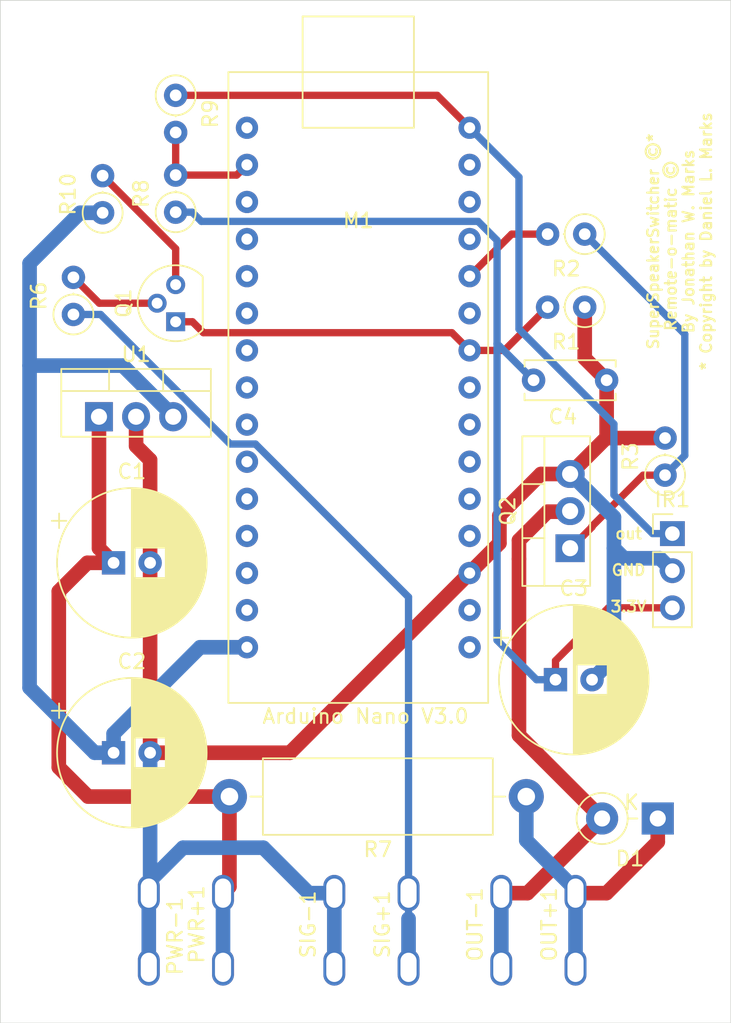
<source format=kicad_pcb>
(kicad_pcb (version 20171130) (host pcbnew 5.1.5+dfsg1-2build2)

  (general
    (thickness 1.6)
    (drawings 9)
    (tracks 127)
    (zones 0)
    (modules 28)
    (nets 39)
  )

  (page A4)
  (layers
    (0 F.Cu signal)
    (31 B.Cu signal)
    (32 B.Adhes user)
    (33 F.Adhes user)
    (34 B.Paste user)
    (35 F.Paste user)
    (36 B.SilkS user)
    (37 F.SilkS user)
    (38 B.Mask user)
    (39 F.Mask user)
    (40 Dwgs.User user)
    (41 Cmts.User user)
    (42 Eco1.User user)
    (43 Eco2.User user)
    (44 Edge.Cuts user)
    (45 Margin user)
    (46 B.CrtYd user)
    (47 F.CrtYd user)
    (48 B.Fab user)
    (49 F.Fab user hide)
  )

  (setup
    (last_trace_width 0.5)
    (user_trace_width 0.5)
    (trace_clearance 0.2)
    (zone_clearance 0.508)
    (zone_45_only no)
    (trace_min 0.2)
    (via_size 0.8)
    (via_drill 0.4)
    (via_min_size 0.4)
    (via_min_drill 0.3)
    (uvia_size 0.3)
    (uvia_drill 0.1)
    (uvias_allowed no)
    (uvia_min_size 0.2)
    (uvia_min_drill 0.1)
    (edge_width 0.05)
    (segment_width 0.2)
    (pcb_text_width 0.3)
    (pcb_text_size 1.5 1.5)
    (mod_edge_width 0.12)
    (mod_text_size 1 1)
    (mod_text_width 0.15)
    (pad_size 1.524 1.524)
    (pad_drill 0.762)
    (pad_to_mask_clearance 0.051)
    (solder_mask_min_width 0.25)
    (aux_axis_origin 87.25 122.5)
    (grid_origin 121.25 131.5)
    (visible_elements FFFFFF7F)
    (pcbplotparams
      (layerselection 0x310fc_ffffffff)
      (usegerberextensions true)
      (usegerberattributes false)
      (usegerberadvancedattributes false)
      (creategerberjobfile false)
      (excludeedgelayer true)
      (linewidth 0.100000)
      (plotframeref false)
      (viasonmask false)
      (mode 1)
      (useauxorigin false)
      (hpglpennumber 1)
      (hpglpenspeed 20)
      (hpglpendiameter 15.000000)
      (psnegative false)
      (psa4output false)
      (plotreference true)
      (plotvalue false)
      (plotinvisibletext false)
      (padsonsilk false)
      (subtractmaskfromsilk false)
      (outputformat 1)
      (mirror false)
      (drillshape 0)
      (scaleselection 1)
      (outputdirectory "GERBER/"))
  )

  (net 0 "")
  (net 1 GNDREF)
  (net 2 "Net-(IR1-Pad1)")
  (net 3 "Net-(M1-Pad30)")
  (net 4 "Net-(M1-Pad29)")
  (net 5 "Net-(M1-Pad27)")
  (net 6 "Net-(M1-Pad26)")
  (net 7 "Net-(M1-Pad25)")
  (net 8 "Net-(M1-Pad24)")
  (net 9 "Net-(M1-Pad23)")
  (net 10 "Net-(M1-Pad22)")
  (net 11 "Net-(M1-Pad21)")
  (net 12 "Net-(M1-Pad20)")
  (net 13 "Net-(M1-Pad19)")
  (net 14 "Net-(M1-Pad18)")
  (net 15 "Net-(M1-Pad17)")
  (net 16 "Net-(M1-Pad14)")
  (net 17 "Net-(M1-Pad13)")
  (net 18 "Net-(M1-Pad12)")
  (net 19 "Net-(M1-Pad11)")
  (net 20 "Net-(M1-Pad10)")
  (net 21 "Net-(M1-Pad9)")
  (net 22 "Net-(M1-Pad8)")
  (net 23 "Net-(M1-Pad7)")
  (net 24 "Net-(M1-Pad6)")
  (net 25 "Net-(M1-Pad5)")
  (net 26 "Net-(M1-Pad4)")
  (net 27 "Net-(M1-Pad3)")
  (net 28 "Net-(M1-Pad1)")
  (net 29 "Net-(Q2-Pad1)")
  (net 30 "Net-(R6-Pad1)")
  (net 31 +5V)
  (net 32 PWR)
  (net 33 "Net-(C3-Pad1)")
  (net 34 "Net-(M1-Pad2)")
  (net 35 "Net-(D1-Pad1)")
  (net 36 "Net-(D1-Pad2)")
  (net 37 "Net-(Q1-Pad2)")
  (net 38 "Net-(Q1-Pad3)")

  (net_class Default "This is the default net class."
    (clearance 0.2)
    (trace_width 0.5)
    (via_dia 0.8)
    (via_drill 0.4)
    (uvia_dia 0.3)
    (uvia_drill 0.1)
    (add_net +5V)
    (add_net "Net-(C3-Pad1)")
    (add_net "Net-(D1-Pad1)")
    (add_net "Net-(D1-Pad2)")
    (add_net "Net-(IR1-Pad1)")
    (add_net "Net-(M1-Pad1)")
    (add_net "Net-(M1-Pad10)")
    (add_net "Net-(M1-Pad11)")
    (add_net "Net-(M1-Pad12)")
    (add_net "Net-(M1-Pad13)")
    (add_net "Net-(M1-Pad14)")
    (add_net "Net-(M1-Pad17)")
    (add_net "Net-(M1-Pad18)")
    (add_net "Net-(M1-Pad19)")
    (add_net "Net-(M1-Pad2)")
    (add_net "Net-(M1-Pad20)")
    (add_net "Net-(M1-Pad21)")
    (add_net "Net-(M1-Pad22)")
    (add_net "Net-(M1-Pad23)")
    (add_net "Net-(M1-Pad24)")
    (add_net "Net-(M1-Pad25)")
    (add_net "Net-(M1-Pad26)")
    (add_net "Net-(M1-Pad27)")
    (add_net "Net-(M1-Pad29)")
    (add_net "Net-(M1-Pad3)")
    (add_net "Net-(M1-Pad30)")
    (add_net "Net-(M1-Pad4)")
    (add_net "Net-(M1-Pad5)")
    (add_net "Net-(M1-Pad6)")
    (add_net "Net-(M1-Pad7)")
    (add_net "Net-(M1-Pad8)")
    (add_net "Net-(M1-Pad9)")
    (add_net "Net-(Q1-Pad2)")
    (add_net "Net-(Q1-Pad3)")
    (add_net "Net-(Q2-Pad1)")
    (add_net "Net-(R6-Pad1)")
  )

  (net_class POWER ""
    (clearance 0.3)
    (trace_width 1)
    (via_dia 0.8)
    (via_drill 0.4)
    (uvia_dia 0.3)
    (uvia_drill 0.1)
    (add_net GNDREF)
    (add_net PWR)
  )

  (module arduino-nano:arduino-nano placed (layer F.Cu) (tedit 600ADC57) (tstamp 600A8EB3)
    (at 145.75 88)
    (path /60062F98)
    (fp_text reference M1 (at 0 -11.43 -180) (layer F.SilkS)
      (effects (font (size 1 1) (thickness 0.15)))
    )
    (fp_text value arduino-nano (at 0 0 90) (layer F.Fab) hide
      (effects (font (size 1 1) (thickness 0.15)))
    )
    (fp_line (start 3.81 -25.4) (end -3.81 -25.4) (layer F.SilkS) (width 0.12))
    (fp_line (start 3.81 -17.78) (end 3.81 -25.4) (layer F.SilkS) (width 0.12))
    (fp_line (start -3.81 -17.78) (end 3.81 -17.78) (layer F.SilkS) (width 0.12))
    (fp_line (start -3.81 -25.4) (end -3.81 -17.78) (layer F.SilkS) (width 0.12))
    (fp_line (start -8.89 21.59) (end -8.89 -21.59) (layer F.SilkS) (width 0.12))
    (fp_line (start 8.89 -21.59) (end 8.89 21.59) (layer F.SilkS) (width 0.12))
    (fp_line (start 8.89 21.59) (end -8.89 21.59) (layer F.SilkS) (width 0.12))
    (fp_line (start -8.89 -21.59) (end 8.89 -21.59) (layer F.SilkS) (width 0.12))
    (pad 30 thru_hole circle (at 7.62 17.78) (size 1.524 1.524) (drill 0.762) (layers *.Cu *.Mask)
      (net 3 "Net-(M1-Pad30)"))
    (pad 29 thru_hole circle (at 7.62 15.24) (size 1.524 1.524) (drill 0.762) (layers *.Cu *.Mask)
      (net 4 "Net-(M1-Pad29)"))
    (pad 28 thru_hole circle (at 7.62 12.7) (size 1.524 1.524) (drill 0.762) (layers *.Cu *.Mask)
      (net 1 GNDREF))
    (pad 27 thru_hole circle (at 7.62 10.16) (size 1.524 1.524) (drill 0.762) (layers *.Cu *.Mask)
      (net 5 "Net-(M1-Pad27)"))
    (pad 26 thru_hole circle (at 7.62 7.62) (size 1.524 1.524) (drill 0.762) (layers *.Cu *.Mask)
      (net 6 "Net-(M1-Pad26)"))
    (pad 25 thru_hole circle (at 7.62 5.08) (size 1.524 1.524) (drill 0.762) (layers *.Cu *.Mask)
      (net 7 "Net-(M1-Pad25)"))
    (pad 24 thru_hole circle (at 7.62 2.54) (size 1.524 1.524) (drill 0.762) (layers *.Cu *.Mask)
      (net 8 "Net-(M1-Pad24)"))
    (pad 23 thru_hole circle (at 7.62 0) (size 1.524 1.524) (drill 0.762) (layers *.Cu *.Mask)
      (net 9 "Net-(M1-Pad23)"))
    (pad 22 thru_hole circle (at 7.62 -2.54) (size 1.524 1.524) (drill 0.762) (layers *.Cu *.Mask)
      (net 10 "Net-(M1-Pad22)"))
    (pad 21 thru_hole circle (at 7.62 -5.08) (size 1.524 1.524) (drill 0.762) (layers *.Cu *.Mask)
      (net 11 "Net-(M1-Pad21)"))
    (pad 20 thru_hole circle (at 7.62 -7.62) (size 1.524 1.524) (drill 0.762) (layers *.Cu *.Mask)
      (net 12 "Net-(M1-Pad20)"))
    (pad 19 thru_hole circle (at 7.62 -10.16) (size 1.524 1.524) (drill 0.762) (layers *.Cu *.Mask)
      (net 13 "Net-(M1-Pad19)"))
    (pad 18 thru_hole circle (at 7.62 -12.7) (size 1.524 1.524) (drill 0.762) (layers *.Cu *.Mask)
      (net 14 "Net-(M1-Pad18)"))
    (pad 17 thru_hole circle (at 7.62 -15.24) (size 1.524 1.524) (drill 0.762) (layers *.Cu *.Mask)
      (net 15 "Net-(M1-Pad17)"))
    (pad 16 thru_hole circle (at 7.62 -17.78) (size 1.524 1.524) (drill 0.762) (layers *.Cu *.Mask)
      (net 2 "Net-(IR1-Pad1)"))
    (pad 15 thru_hole circle (at -7.62 17.78) (size 1.524 1.524) (drill 0.762) (layers *.Cu *.Mask)
      (net 31 +5V))
    (pad 14 thru_hole circle (at -7.62 15.24) (size 1.524 1.524) (drill 0.762) (layers *.Cu *.Mask)
      (net 16 "Net-(M1-Pad14)"))
    (pad 13 thru_hole circle (at -7.62 12.7) (size 1.524 1.524) (drill 0.762) (layers *.Cu *.Mask)
      (net 17 "Net-(M1-Pad13)"))
    (pad 12 thru_hole circle (at -7.62 10.16) (size 1.524 1.524) (drill 0.762) (layers *.Cu *.Mask)
      (net 18 "Net-(M1-Pad12)"))
    (pad 11 thru_hole circle (at -7.62 7.62) (size 1.524 1.524) (drill 0.762) (layers *.Cu *.Mask)
      (net 19 "Net-(M1-Pad11)"))
    (pad 10 thru_hole circle (at -7.62 5.08) (size 1.524 1.524) (drill 0.762) (layers *.Cu *.Mask)
      (net 20 "Net-(M1-Pad10)"))
    (pad 9 thru_hole circle (at -7.62 2.54) (size 1.524 1.524) (drill 0.762) (layers *.Cu *.Mask)
      (net 21 "Net-(M1-Pad9)"))
    (pad 8 thru_hole circle (at -7.62 0) (size 1.524 1.524) (drill 0.762) (layers *.Cu *.Mask)
      (net 22 "Net-(M1-Pad8)"))
    (pad 7 thru_hole circle (at -7.62 -2.54) (size 1.524 1.524) (drill 0.762) (layers *.Cu *.Mask)
      (net 23 "Net-(M1-Pad7)"))
    (pad 6 thru_hole circle (at -7.62 -5.08) (size 1.524 1.524) (drill 0.762) (layers *.Cu *.Mask)
      (net 24 "Net-(M1-Pad6)"))
    (pad 5 thru_hole circle (at -7.62 -7.62) (size 1.524 1.524) (drill 0.762) (layers *.Cu *.Mask)
      (net 25 "Net-(M1-Pad5)"))
    (pad 4 thru_hole circle (at -7.62 -10.16) (size 1.524 1.524) (drill 0.762) (layers *.Cu *.Mask)
      (net 26 "Net-(M1-Pad4)"))
    (pad 3 thru_hole circle (at -7.62 -12.7) (size 1.524 1.524) (drill 0.762) (layers *.Cu *.Mask)
      (net 27 "Net-(M1-Pad3)"))
    (pad 2 thru_hole circle (at -7.62 -15.24) (size 1.524 1.524) (drill 0.762) (layers *.Cu *.Mask)
      (net 34 "Net-(M1-Pad2)"))
    (pad 1 thru_hole circle (at -7.62 -17.78) (size 1.524 1.524) (drill 0.762) (layers *.Cu *.Mask)
      (net 28 "Net-(M1-Pad1)"))
  )

  (module Resistor_THT:R_Axial_DIN0207_L6.3mm_D2.5mm_P2.54mm_Vertical placed (layer F.Cu) (tedit 5AE5139B) (tstamp 6015C5D3)
    (at 128.25 76.04 90)
    (descr "Resistor, Axial_DIN0207 series, Axial, Vertical, pin pitch=2.54mm, 0.25W = 1/4W, length*diameter=6.3*2.5mm^2, http://cdn-reichelt.de/documents/datenblatt/B400/1_4W%23YAG.pdf")
    (tags "Resistor Axial_DIN0207 series Axial Vertical pin pitch 2.54mm 0.25W = 1/4W length 6.3mm diameter 2.5mm")
    (path /603B8358)
    (fp_text reference R10 (at 1.27 -2.37 90) (layer F.SilkS)
      (effects (font (size 1 1) (thickness 0.15)))
    )
    (fp_text value 100 (at 1.27 2.37 90) (layer F.Fab)
      (effects (font (size 1 1) (thickness 0.15)))
    )
    (fp_text user %R (at 1.27 -2.37 90) (layer F.Fab)
      (effects (font (size 1 1) (thickness 0.15)))
    )
    (fp_line (start 3.59 -1.5) (end -1.5 -1.5) (layer F.CrtYd) (width 0.05))
    (fp_line (start 3.59 1.5) (end 3.59 -1.5) (layer F.CrtYd) (width 0.05))
    (fp_line (start -1.5 1.5) (end 3.59 1.5) (layer F.CrtYd) (width 0.05))
    (fp_line (start -1.5 -1.5) (end -1.5 1.5) (layer F.CrtYd) (width 0.05))
    (fp_line (start 1.37 0) (end 1.44 0) (layer F.SilkS) (width 0.12))
    (fp_line (start 0 0) (end 2.54 0) (layer F.Fab) (width 0.1))
    (fp_circle (center 0 0) (end 1.37 0) (layer F.SilkS) (width 0.12))
    (fp_circle (center 0 0) (end 1.25 0) (layer F.Fab) (width 0.1))
    (pad 2 thru_hole oval (at 2.54 0 90) (size 1.6 1.6) (drill 0.8) (layers *.Cu *.Mask)
      (net 38 "Net-(Q1-Pad3)"))
    (pad 1 thru_hole circle (at 0 0 90) (size 1.6 1.6) (drill 0.8) (layers *.Cu *.Mask)
      (net 31 +5V))
    (model ${KISYS3DMOD}/Resistor_THT.3dshapes/R_Axial_DIN0207_L6.3mm_D2.5mm_P2.54mm_Vertical.wrl
      (at (xyz 0 0 0))
      (scale (xyz 1 1 1))
      (rotate (xyz 0 0 0))
    )
  )

  (module Resistor_THT:R_Axial_DIN0207_L6.3mm_D2.5mm_P2.54mm_Vertical placed (layer F.Cu) (tedit 5AE5139B) (tstamp 6015C5BC)
    (at 133.25 68 270)
    (descr "Resistor, Axial_DIN0207 series, Axial, Vertical, pin pitch=2.54mm, 0.25W = 1/4W, length*diameter=6.3*2.5mm^2, http://cdn-reichelt.de/documents/datenblatt/B400/1_4W%23YAG.pdf")
    (tags "Resistor Axial_DIN0207 series Axial Vertical pin pitch 2.54mm 0.25W = 1/4W length 6.3mm diameter 2.5mm")
    (path /601BDAF6)
    (fp_text reference R9 (at 1.27 -2.37 90) (layer F.SilkS)
      (effects (font (size 1 1) (thickness 0.15)))
    )
    (fp_text value 47k (at 1.27 2.37 90) (layer F.Fab)
      (effects (font (size 1 1) (thickness 0.15)))
    )
    (fp_text user %R (at 1.27 -2.37 90) (layer F.Fab)
      (effects (font (size 1 1) (thickness 0.15)))
    )
    (fp_line (start 3.59 -1.5) (end -1.5 -1.5) (layer F.CrtYd) (width 0.05))
    (fp_line (start 3.59 1.5) (end 3.59 -1.5) (layer F.CrtYd) (width 0.05))
    (fp_line (start -1.5 1.5) (end 3.59 1.5) (layer F.CrtYd) (width 0.05))
    (fp_line (start -1.5 -1.5) (end -1.5 1.5) (layer F.CrtYd) (width 0.05))
    (fp_line (start 1.37 0) (end 1.44 0) (layer F.SilkS) (width 0.12))
    (fp_line (start 0 0) (end 2.54 0) (layer F.Fab) (width 0.1))
    (fp_circle (center 0 0) (end 1.37 0) (layer F.SilkS) (width 0.12))
    (fp_circle (center 0 0) (end 1.25 0) (layer F.Fab) (width 0.1))
    (pad 2 thru_hole oval (at 2.54 0 270) (size 1.6 1.6) (drill 0.8) (layers *.Cu *.Mask)
      (net 34 "Net-(M1-Pad2)"))
    (pad 1 thru_hole circle (at 0 0 270) (size 1.6 1.6) (drill 0.8) (layers *.Cu *.Mask)
      (net 2 "Net-(IR1-Pad1)"))
    (model ${KISYS3DMOD}/Resistor_THT.3dshapes/R_Axial_DIN0207_L6.3mm_D2.5mm_P2.54mm_Vertical.wrl
      (at (xyz 0 0 0))
      (scale (xyz 1 1 1))
      (rotate (xyz 0 0 0))
    )
  )

  (module Resistor_THT:R_Axial_DIN0207_L6.3mm_D2.5mm_P2.54mm_Vertical placed (layer F.Cu) (tedit 5AE5139B) (tstamp 6015C5A5)
    (at 133.25 76 90)
    (descr "Resistor, Axial_DIN0207 series, Axial, Vertical, pin pitch=2.54mm, 0.25W = 1/4W, length*diameter=6.3*2.5mm^2, http://cdn-reichelt.de/documents/datenblatt/B400/1_4W%23YAG.pdf")
    (tags "Resistor Axial_DIN0207 series Axial Vertical pin pitch 2.54mm 0.25W = 1/4W length 6.3mm diameter 2.5mm")
    (path /601B5E62)
    (fp_text reference R8 (at 1.27 -2.37 90) (layer F.SilkS)
      (effects (font (size 1 1) (thickness 0.15)))
    )
    (fp_text value 100 (at 1.27 2.37 90) (layer F.Fab)
      (effects (font (size 1 1) (thickness 0.15)))
    )
    (fp_text user %R (at 1.27 -2.37 90) (layer F.Fab)
      (effects (font (size 1 1) (thickness 0.15)))
    )
    (fp_line (start 3.59 -1.5) (end -1.5 -1.5) (layer F.CrtYd) (width 0.05))
    (fp_line (start 3.59 1.5) (end 3.59 -1.5) (layer F.CrtYd) (width 0.05))
    (fp_line (start -1.5 1.5) (end 3.59 1.5) (layer F.CrtYd) (width 0.05))
    (fp_line (start -1.5 -1.5) (end -1.5 1.5) (layer F.CrtYd) (width 0.05))
    (fp_line (start 1.37 0) (end 1.44 0) (layer F.SilkS) (width 0.12))
    (fp_line (start 0 0) (end 2.54 0) (layer F.Fab) (width 0.1))
    (fp_circle (center 0 0) (end 1.37 0) (layer F.SilkS) (width 0.12))
    (fp_circle (center 0 0) (end 1.25 0) (layer F.Fab) (width 0.1))
    (pad 2 thru_hole oval (at 2.54 0 90) (size 1.6 1.6) (drill 0.8) (layers *.Cu *.Mask)
      (net 34 "Net-(M1-Pad2)"))
    (pad 1 thru_hole circle (at 0 0 90) (size 1.6 1.6) (drill 0.8) (layers *.Cu *.Mask)
      (net 33 "Net-(C3-Pad1)"))
    (model ${KISYS3DMOD}/Resistor_THT.3dshapes/R_Axial_DIN0207_L6.3mm_D2.5mm_P2.54mm_Vertical.wrl
      (at (xyz 0 0 0))
      (scale (xyz 1 1 1))
      (rotate (xyz 0 0 0))
    )
  )

  (module Resistor_THT:R_Axial_DIN0207_L6.3mm_D2.5mm_P2.54mm_Vertical placed (layer F.Cu) (tedit 5AE5139B) (tstamp 600A8F99)
    (at 126.25 83 90)
    (descr "Resistor, Axial_DIN0207 series, Axial, Vertical, pin pitch=2.54mm, 0.25W = 1/4W, length*diameter=6.3*2.5mm^2, http://cdn-reichelt.de/documents/datenblatt/B400/1_4W%23YAG.pdf")
    (tags "Resistor Axial_DIN0207 series Axial Vertical pin pitch 2.54mm 0.25W = 1/4W length 6.3mm diameter 2.5mm")
    (path /600BEA2A)
    (fp_text reference R6 (at 1.27 -2.37 90) (layer F.SilkS)
      (effects (font (size 1 1) (thickness 0.15)))
    )
    (fp_text value 2.2k (at 1.27 2.37 90) (layer F.Fab)
      (effects (font (size 1 1) (thickness 0.15)))
    )
    (fp_text user %R (at 1.27 -2.37 90) (layer F.Fab)
      (effects (font (size 1 1) (thickness 0.15)))
    )
    (fp_line (start 3.59 -1.5) (end -1.5 -1.5) (layer F.CrtYd) (width 0.05))
    (fp_line (start 3.59 1.5) (end 3.59 -1.5) (layer F.CrtYd) (width 0.05))
    (fp_line (start -1.5 1.5) (end 3.59 1.5) (layer F.CrtYd) (width 0.05))
    (fp_line (start -1.5 -1.5) (end -1.5 1.5) (layer F.CrtYd) (width 0.05))
    (fp_line (start 1.37 0) (end 1.44 0) (layer F.SilkS) (width 0.12))
    (fp_line (start 0 0) (end 2.54 0) (layer F.Fab) (width 0.1))
    (fp_circle (center 0 0) (end 1.37 0) (layer F.SilkS) (width 0.12))
    (fp_circle (center 0 0) (end 1.25 0) (layer F.Fab) (width 0.1))
    (pad 2 thru_hole oval (at 2.54 0 90) (size 1.6 1.6) (drill 0.8) (layers *.Cu *.Mask)
      (net 37 "Net-(Q1-Pad2)"))
    (pad 1 thru_hole circle (at 0 0 90) (size 1.6 1.6) (drill 0.8) (layers *.Cu *.Mask)
      (net 30 "Net-(R6-Pad1)"))
    (model ${KISYS3DMOD}/Resistor_THT.3dshapes/R_Axial_DIN0207_L6.3mm_D2.5mm_P2.54mm_Vertical.wrl
      (at (xyz 0 0 0))
      (scale (xyz 1 1 1))
      (rotate (xyz 0 0 0))
    )
  )

  (module Resistor_THT:R_Axial_DIN0207_L6.3mm_D2.5mm_P2.54mm_Vertical placed (layer F.Cu) (tedit 5AE5139B) (tstamp 600B0644)
    (at 166.75 94 90)
    (descr "Resistor, Axial_DIN0207 series, Axial, Vertical, pin pitch=2.54mm, 0.25W = 1/4W, length*diameter=6.3*2.5mm^2, http://cdn-reichelt.de/documents/datenblatt/B400/1_4W%23YAG.pdf")
    (tags "Resistor Axial_DIN0207 series Axial Vertical pin pitch 2.54mm 0.25W = 1/4W length 6.3mm diameter 2.5mm")
    (path /6006F615)
    (fp_text reference R3 (at 1.27 -2.37 90) (layer F.SilkS)
      (effects (font (size 1 1) (thickness 0.15)))
    )
    (fp_text value 10k (at 1.27 2.37 90) (layer F.Fab)
      (effects (font (size 1 1) (thickness 0.15)))
    )
    (fp_text user %R (at 1.27 -2.37 90) (layer F.Fab)
      (effects (font (size 1 1) (thickness 0.15)))
    )
    (fp_line (start 3.59 -1.5) (end -1.5 -1.5) (layer F.CrtYd) (width 0.05))
    (fp_line (start 3.59 1.5) (end 3.59 -1.5) (layer F.CrtYd) (width 0.05))
    (fp_line (start -1.5 1.5) (end 3.59 1.5) (layer F.CrtYd) (width 0.05))
    (fp_line (start -1.5 -1.5) (end -1.5 1.5) (layer F.CrtYd) (width 0.05))
    (fp_line (start 1.37 0) (end 1.44 0) (layer F.SilkS) (width 0.12))
    (fp_line (start 0 0) (end 2.54 0) (layer F.Fab) (width 0.1))
    (fp_circle (center 0 0) (end 1.37 0) (layer F.SilkS) (width 0.12))
    (fp_circle (center 0 0) (end 1.25 0) (layer F.Fab) (width 0.1))
    (pad 2 thru_hole oval (at 2.54 0 90) (size 1.6 1.6) (drill 0.8) (layers *.Cu *.Mask)
      (net 1 GNDREF))
    (pad 1 thru_hole circle (at 0 0 90) (size 1.6 1.6) (drill 0.8) (layers *.Cu *.Mask)
      (net 29 "Net-(Q2-Pad1)"))
    (model ${KISYS3DMOD}/Resistor_THT.3dshapes/R_Axial_DIN0207_L6.3mm_D2.5mm_P2.54mm_Vertical.wrl
      (at (xyz 0 0 0))
      (scale (xyz 1 1 1))
      (rotate (xyz 0 0 0))
    )
  )

  (module Resistor_THT:R_Axial_DIN0207_L6.3mm_D2.5mm_P2.54mm_Vertical placed (layer F.Cu) (tedit 5AE5139B) (tstamp 6015ADA9)
    (at 161.25 77.5 180)
    (descr "Resistor, Axial_DIN0207 series, Axial, Vertical, pin pitch=2.54mm, 0.25W = 1/4W, length*diameter=6.3*2.5mm^2, http://cdn-reichelt.de/documents/datenblatt/B400/1_4W%23YAG.pdf")
    (tags "Resistor Axial_DIN0207 series Axial Vertical pin pitch 2.54mm 0.25W = 1/4W length 6.3mm diameter 2.5mm")
    (path /60065658)
    (fp_text reference R2 (at 1.27 -2.37) (layer F.SilkS)
      (effects (font (size 1 1) (thickness 0.15)))
    )
    (fp_text value 2.2k (at 1.27 2.37) (layer F.Fab)
      (effects (font (size 1 1) (thickness 0.15)))
    )
    (fp_text user %R (at 1.27 -2.37) (layer F.Fab)
      (effects (font (size 1 1) (thickness 0.15)))
    )
    (fp_line (start 3.59 -1.5) (end -1.5 -1.5) (layer F.CrtYd) (width 0.05))
    (fp_line (start 3.59 1.5) (end 3.59 -1.5) (layer F.CrtYd) (width 0.05))
    (fp_line (start -1.5 1.5) (end 3.59 1.5) (layer F.CrtYd) (width 0.05))
    (fp_line (start -1.5 -1.5) (end -1.5 1.5) (layer F.CrtYd) (width 0.05))
    (fp_line (start 1.37 0) (end 1.44 0) (layer F.SilkS) (width 0.12))
    (fp_line (start 0 0) (end 2.54 0) (layer F.Fab) (width 0.1))
    (fp_circle (center 0 0) (end 1.37 0) (layer F.SilkS) (width 0.12))
    (fp_circle (center 0 0) (end 1.25 0) (layer F.Fab) (width 0.1))
    (pad 2 thru_hole oval (at 2.54 0 180) (size 1.6 1.6) (drill 0.8) (layers *.Cu *.Mask)
      (net 12 "Net-(M1-Pad20)"))
    (pad 1 thru_hole circle (at 0 0 180) (size 1.6 1.6) (drill 0.8) (layers *.Cu *.Mask)
      (net 29 "Net-(Q2-Pad1)"))
    (model ${KISYS3DMOD}/Resistor_THT.3dshapes/R_Axial_DIN0207_L6.3mm_D2.5mm_P2.54mm_Vertical.wrl
      (at (xyz 0 0 0))
      (scale (xyz 1 1 1))
      (rotate (xyz 0 0 0))
    )
  )

  (module Resistor_THT:R_Axial_DIN0207_L6.3mm_D2.5mm_P2.54mm_Vertical placed (layer F.Cu) (tedit 5AE5139B) (tstamp 600A8F26)
    (at 161.25 82.5 180)
    (descr "Resistor, Axial_DIN0207 series, Axial, Vertical, pin pitch=2.54mm, 0.25W = 1/4W, length*diameter=6.3*2.5mm^2, http://cdn-reichelt.de/documents/datenblatt/B400/1_4W%23YAG.pdf")
    (tags "Resistor Axial_DIN0207 series Axial Vertical pin pitch 2.54mm 0.25W = 1/4W length 6.3mm diameter 2.5mm")
    (path /60064471)
    (fp_text reference R1 (at 1.27 -2.37) (layer F.SilkS)
      (effects (font (size 1 1) (thickness 0.15)))
    )
    (fp_text value 100k (at 1.27 2.37) (layer F.Fab)
      (effects (font (size 1 1) (thickness 0.15)))
    )
    (fp_text user %R (at 1.27 -2.37) (layer F.Fab)
      (effects (font (size 1 1) (thickness 0.15)))
    )
    (fp_line (start 3.59 -1.5) (end -1.5 -1.5) (layer F.CrtYd) (width 0.05))
    (fp_line (start 3.59 1.5) (end 3.59 -1.5) (layer F.CrtYd) (width 0.05))
    (fp_line (start -1.5 1.5) (end 3.59 1.5) (layer F.CrtYd) (width 0.05))
    (fp_line (start -1.5 -1.5) (end -1.5 1.5) (layer F.CrtYd) (width 0.05))
    (fp_line (start 1.37 0) (end 1.44 0) (layer F.SilkS) (width 0.12))
    (fp_line (start 0 0) (end 2.54 0) (layer F.Fab) (width 0.1))
    (fp_circle (center 0 0) (end 1.37 0) (layer F.SilkS) (width 0.12))
    (fp_circle (center 0 0) (end 1.25 0) (layer F.Fab) (width 0.1))
    (pad 2 thru_hole oval (at 2.54 0 180) (size 1.6 1.6) (drill 0.8) (layers *.Cu *.Mask)
      (net 10 "Net-(M1-Pad22)"))
    (pad 1 thru_hole circle (at 0 0 180) (size 1.6 1.6) (drill 0.8) (layers *.Cu *.Mask)
      (net 1 GNDREF))
    (model ${KISYS3DMOD}/Resistor_THT.3dshapes/R_Axial_DIN0207_L6.3mm_D2.5mm_P2.54mm_Vertical.wrl
      (at (xyz 0 0 0))
      (scale (xyz 1 1 1))
      (rotate (xyz 0 0 0))
    )
  )

  (module Package_TO_SOT_THT:TO-92 placed (layer F.Cu) (tedit 5A279852) (tstamp 6015C480)
    (at 133.25 83.5 90)
    (descr "TO-92 leads molded, narrow, drill 0.75mm (see NXP sot054_po.pdf)")
    (tags "to-92 sc-43 sc-43a sot54 PA33 transistor")
    (path /602A1BF3)
    (fp_text reference Q1 (at 1.27 -3.56 90) (layer F.SilkS)
      (effects (font (size 1 1) (thickness 0.15)))
    )
    (fp_text value 2N2222 (at 1.27 2.79 90) (layer F.Fab)
      (effects (font (size 1 1) (thickness 0.15)))
    )
    (fp_arc (start 1.27 0) (end 1.27 -2.6) (angle 135) (layer F.SilkS) (width 0.12))
    (fp_arc (start 1.27 0) (end 1.27 -2.48) (angle -135) (layer F.Fab) (width 0.1))
    (fp_arc (start 1.27 0) (end 1.27 -2.6) (angle -135) (layer F.SilkS) (width 0.12))
    (fp_arc (start 1.27 0) (end 1.27 -2.48) (angle 135) (layer F.Fab) (width 0.1))
    (fp_line (start 4 2.01) (end -1.46 2.01) (layer F.CrtYd) (width 0.05))
    (fp_line (start 4 2.01) (end 4 -2.73) (layer F.CrtYd) (width 0.05))
    (fp_line (start -1.46 -2.73) (end -1.46 2.01) (layer F.CrtYd) (width 0.05))
    (fp_line (start -1.46 -2.73) (end 4 -2.73) (layer F.CrtYd) (width 0.05))
    (fp_line (start -0.5 1.75) (end 3 1.75) (layer F.Fab) (width 0.1))
    (fp_line (start -0.53 1.85) (end 3.07 1.85) (layer F.SilkS) (width 0.12))
    (fp_text user %R (at 1.27 -3.56 90) (layer F.Fab)
      (effects (font (size 1 1) (thickness 0.15)))
    )
    (pad 1 thru_hole rect (at 0 0 180) (size 1.3 1.3) (drill 0.75) (layers *.Cu *.Mask)
      (net 10 "Net-(M1-Pad22)"))
    (pad 3 thru_hole circle (at 2.54 0 180) (size 1.3 1.3) (drill 0.75) (layers *.Cu *.Mask)
      (net 38 "Net-(Q1-Pad3)"))
    (pad 2 thru_hole circle (at 1.27 -1.27 180) (size 1.3 1.3) (drill 0.75) (layers *.Cu *.Mask)
      (net 37 "Net-(Q1-Pad2)"))
    (model ${KISYS3DMOD}/Package_TO_SOT_THT.3dshapes/TO-92.wrl
      (at (xyz 0 0 0))
      (scale (xyz 1 1 1))
      (rotate (xyz 0 0 0))
    )
  )

  (module Diode_THT:D_DO-41_SOD81_P3.81mm_Vertical_KathodeUp placed (layer F.Cu) (tedit 5B526DD3) (tstamp 6015C3C8)
    (at 166.25 117.5 180)
    (descr "Diode, DO-41_SOD81 series, Axial, Vertical, pin pitch=3.81mm, , length*diameter=5.2*2.7mm^2, , https://www.diodes.com/assets/Package-Files/DO-41-Plastic.pdf")
    (tags "Diode DO-41_SOD81 series Axial Vertical pin pitch 3.81mm  length 5.2mm diameter 2.7mm")
    (path /60218F13)
    (fp_text reference D1 (at 1.905 -2.750635) (layer F.SilkS)
      (effects (font (size 1 1) (thickness 0.15)))
    )
    (fp_text value 1N4148 (at 1.905 4.084135) (layer F.Fab)
      (effects (font (size 1 1) (thickness 0.15)))
    )
    (fp_text user K (at 1.8 1.1) (layer F.SilkS)
      (effects (font (size 1 1) (thickness 0.15)))
    )
    (fp_text user K (at 1.8 1.1) (layer F.Fab)
      (effects (font (size 1 1) (thickness 0.15)))
    )
    (fp_text user %R (at 1.905 -2.750635) (layer F.Fab)
      (effects (font (size 1 1) (thickness 0.15)))
    )
    (fp_line (start 5.41 -1.6) (end -1.35 -1.6) (layer F.CrtYd) (width 0.05))
    (fp_line (start 5.41 1.6) (end 5.41 -1.6) (layer F.CrtYd) (width 0.05))
    (fp_line (start -1.35 1.6) (end 5.41 1.6) (layer F.CrtYd) (width 0.05))
    (fp_line (start -1.35 -1.6) (end -1.35 1.6) (layer F.CrtYd) (width 0.05))
    (fp_line (start 2.059365 0) (end 1.4 0) (layer F.SilkS) (width 0.12))
    (fp_line (start 0 0) (end 3.81 0) (layer F.Fab) (width 0.1))
    (fp_circle (center 3.81 0) (end 5.560635 0) (layer F.SilkS) (width 0.12))
    (fp_circle (center 3.81 0) (end 5.16 0) (layer F.Fab) (width 0.1))
    (pad 2 thru_hole oval (at 3.81 0 180) (size 2.2 2.2) (drill 1.1) (layers *.Cu *.Mask)
      (net 36 "Net-(D1-Pad2)"))
    (pad 1 thru_hole rect (at 0 0 180) (size 2.2 2.2) (drill 1.1) (layers *.Cu *.Mask)
      (net 35 "Net-(D1-Pad1)"))
    (model ${KISYS3DMOD}/Diode_THT.3dshapes/D_DO-41_SOD81_P3.81mm_Vertical_KathodeUp.wrl
      (at (xyz 0 0 0))
      (scale (xyz 1 1 1))
      (rotate (xyz 0 0 0))
    )
  )

  (module Capacitor_THT:C_Disc_D6.0mm_W2.5mm_P5.00mm placed (layer F.Cu) (tedit 5AE50EF0) (tstamp 6015C3B7)
    (at 157.75 87.5)
    (descr "C, Disc series, Radial, pin pitch=5.00mm, , diameter*width=6*2.5mm^2, Capacitor, http://cdn-reichelt.de/documents/datenblatt/B300/DS_KERKO_TC.pdf")
    (tags "C Disc series Radial pin pitch 5.00mm  diameter 6mm width 2.5mm Capacitor")
    (path /603AD93C)
    (fp_text reference C4 (at 2 2.5) (layer F.SilkS)
      (effects (font (size 1 1) (thickness 0.15)))
    )
    (fp_text value 100pF (at 2.5 2.5) (layer F.Fab)
      (effects (font (size 1 1) (thickness 0.15)))
    )
    (fp_text user %R (at 2.5 0) (layer F.Fab)
      (effects (font (size 1 1) (thickness 0.15)))
    )
    (fp_line (start 6.05 -1.5) (end -1.05 -1.5) (layer F.CrtYd) (width 0.05))
    (fp_line (start 6.05 1.5) (end 6.05 -1.5) (layer F.CrtYd) (width 0.05))
    (fp_line (start -1.05 1.5) (end 6.05 1.5) (layer F.CrtYd) (width 0.05))
    (fp_line (start -1.05 -1.5) (end -1.05 1.5) (layer F.CrtYd) (width 0.05))
    (fp_line (start 5.62 0.925) (end 5.62 1.37) (layer F.SilkS) (width 0.12))
    (fp_line (start 5.62 -1.37) (end 5.62 -0.925) (layer F.SilkS) (width 0.12))
    (fp_line (start -0.62 0.925) (end -0.62 1.37) (layer F.SilkS) (width 0.12))
    (fp_line (start -0.62 -1.37) (end -0.62 -0.925) (layer F.SilkS) (width 0.12))
    (fp_line (start -0.62 1.37) (end 5.62 1.37) (layer F.SilkS) (width 0.12))
    (fp_line (start -0.62 -1.37) (end 5.62 -1.37) (layer F.SilkS) (width 0.12))
    (fp_line (start 5.5 -1.25) (end -0.5 -1.25) (layer F.Fab) (width 0.1))
    (fp_line (start 5.5 1.25) (end 5.5 -1.25) (layer F.Fab) (width 0.1))
    (fp_line (start -0.5 1.25) (end 5.5 1.25) (layer F.Fab) (width 0.1))
    (fp_line (start -0.5 -1.25) (end -0.5 1.25) (layer F.Fab) (width 0.1))
    (pad 2 thru_hole circle (at 5 0) (size 1.6 1.6) (drill 0.8) (layers *.Cu *.Mask)
      (net 1 GNDREF))
    (pad 1 thru_hole circle (at 0 0) (size 1.6 1.6) (drill 0.8) (layers *.Cu *.Mask)
      (net 33 "Net-(C3-Pad1)"))
    (model ${KISYS3DMOD}/Capacitor_THT.3dshapes/C_Disc_D6.0mm_W2.5mm_P5.00mm.wrl
      (at (xyz 0 0 0))
      (scale (xyz 1 1 1))
      (rotate (xyz 0 0 0))
    )
  )

  (module Capacitor_THT:CP_Radial_D10.0mm_P2.50mm placed (layer F.Cu) (tedit 5AE50EF1) (tstamp 6014B193)
    (at 159.25 108)
    (descr "CP, Radial series, Radial, pin pitch=2.50mm, , diameter=10mm, Electrolytic Capacitor")
    (tags "CP Radial series Radial pin pitch 2.50mm  diameter 10mm Electrolytic Capacitor")
    (path /601B46AF)
    (fp_text reference C3 (at 1.25 -6.25) (layer F.SilkS)
      (effects (font (size 1 1) (thickness 0.15)))
    )
    (fp_text value 100uF (at 1.25 6.25) (layer F.Fab)
      (effects (font (size 1 1) (thickness 0.15)))
    )
    (fp_text user %R (at 1.25 0) (layer F.Fab)
      (effects (font (size 1 1) (thickness 0.15)))
    )
    (fp_line (start -3.729646 -3.375) (end -3.729646 -2.375) (layer F.SilkS) (width 0.12))
    (fp_line (start -4.229646 -2.875) (end -3.229646 -2.875) (layer F.SilkS) (width 0.12))
    (fp_line (start 6.331 -0.599) (end 6.331 0.599) (layer F.SilkS) (width 0.12))
    (fp_line (start 6.291 -0.862) (end 6.291 0.862) (layer F.SilkS) (width 0.12))
    (fp_line (start 6.251 -1.062) (end 6.251 1.062) (layer F.SilkS) (width 0.12))
    (fp_line (start 6.211 -1.23) (end 6.211 1.23) (layer F.SilkS) (width 0.12))
    (fp_line (start 6.171 -1.378) (end 6.171 1.378) (layer F.SilkS) (width 0.12))
    (fp_line (start 6.131 -1.51) (end 6.131 1.51) (layer F.SilkS) (width 0.12))
    (fp_line (start 6.091 -1.63) (end 6.091 1.63) (layer F.SilkS) (width 0.12))
    (fp_line (start 6.051 -1.742) (end 6.051 1.742) (layer F.SilkS) (width 0.12))
    (fp_line (start 6.011 -1.846) (end 6.011 1.846) (layer F.SilkS) (width 0.12))
    (fp_line (start 5.971 -1.944) (end 5.971 1.944) (layer F.SilkS) (width 0.12))
    (fp_line (start 5.931 -2.037) (end 5.931 2.037) (layer F.SilkS) (width 0.12))
    (fp_line (start 5.891 -2.125) (end 5.891 2.125) (layer F.SilkS) (width 0.12))
    (fp_line (start 5.851 -2.209) (end 5.851 2.209) (layer F.SilkS) (width 0.12))
    (fp_line (start 5.811 -2.289) (end 5.811 2.289) (layer F.SilkS) (width 0.12))
    (fp_line (start 5.771 -2.365) (end 5.771 2.365) (layer F.SilkS) (width 0.12))
    (fp_line (start 5.731 -2.439) (end 5.731 2.439) (layer F.SilkS) (width 0.12))
    (fp_line (start 5.691 -2.51) (end 5.691 2.51) (layer F.SilkS) (width 0.12))
    (fp_line (start 5.651 -2.579) (end 5.651 2.579) (layer F.SilkS) (width 0.12))
    (fp_line (start 5.611 -2.645) (end 5.611 2.645) (layer F.SilkS) (width 0.12))
    (fp_line (start 5.571 -2.709) (end 5.571 2.709) (layer F.SilkS) (width 0.12))
    (fp_line (start 5.531 -2.77) (end 5.531 2.77) (layer F.SilkS) (width 0.12))
    (fp_line (start 5.491 -2.83) (end 5.491 2.83) (layer F.SilkS) (width 0.12))
    (fp_line (start 5.451 -2.889) (end 5.451 2.889) (layer F.SilkS) (width 0.12))
    (fp_line (start 5.411 -2.945) (end 5.411 2.945) (layer F.SilkS) (width 0.12))
    (fp_line (start 5.371 -3) (end 5.371 3) (layer F.SilkS) (width 0.12))
    (fp_line (start 5.331 -3.054) (end 5.331 3.054) (layer F.SilkS) (width 0.12))
    (fp_line (start 5.291 -3.106) (end 5.291 3.106) (layer F.SilkS) (width 0.12))
    (fp_line (start 5.251 -3.156) (end 5.251 3.156) (layer F.SilkS) (width 0.12))
    (fp_line (start 5.211 -3.206) (end 5.211 3.206) (layer F.SilkS) (width 0.12))
    (fp_line (start 5.171 -3.254) (end 5.171 3.254) (layer F.SilkS) (width 0.12))
    (fp_line (start 5.131 -3.301) (end 5.131 3.301) (layer F.SilkS) (width 0.12))
    (fp_line (start 5.091 -3.347) (end 5.091 3.347) (layer F.SilkS) (width 0.12))
    (fp_line (start 5.051 -3.392) (end 5.051 3.392) (layer F.SilkS) (width 0.12))
    (fp_line (start 5.011 -3.436) (end 5.011 3.436) (layer F.SilkS) (width 0.12))
    (fp_line (start 4.971 -3.478) (end 4.971 3.478) (layer F.SilkS) (width 0.12))
    (fp_line (start 4.931 -3.52) (end 4.931 3.52) (layer F.SilkS) (width 0.12))
    (fp_line (start 4.891 -3.561) (end 4.891 3.561) (layer F.SilkS) (width 0.12))
    (fp_line (start 4.851 -3.601) (end 4.851 3.601) (layer F.SilkS) (width 0.12))
    (fp_line (start 4.811 -3.64) (end 4.811 3.64) (layer F.SilkS) (width 0.12))
    (fp_line (start 4.771 -3.679) (end 4.771 3.679) (layer F.SilkS) (width 0.12))
    (fp_line (start 4.731 -3.716) (end 4.731 3.716) (layer F.SilkS) (width 0.12))
    (fp_line (start 4.691 -3.753) (end 4.691 3.753) (layer F.SilkS) (width 0.12))
    (fp_line (start 4.651 -3.789) (end 4.651 3.789) (layer F.SilkS) (width 0.12))
    (fp_line (start 4.611 -3.824) (end 4.611 3.824) (layer F.SilkS) (width 0.12))
    (fp_line (start 4.571 -3.858) (end 4.571 3.858) (layer F.SilkS) (width 0.12))
    (fp_line (start 4.531 -3.892) (end 4.531 3.892) (layer F.SilkS) (width 0.12))
    (fp_line (start 4.491 -3.925) (end 4.491 3.925) (layer F.SilkS) (width 0.12))
    (fp_line (start 4.451 -3.957) (end 4.451 3.957) (layer F.SilkS) (width 0.12))
    (fp_line (start 4.411 -3.989) (end 4.411 3.989) (layer F.SilkS) (width 0.12))
    (fp_line (start 4.371 -4.02) (end 4.371 4.02) (layer F.SilkS) (width 0.12))
    (fp_line (start 4.331 -4.05) (end 4.331 4.05) (layer F.SilkS) (width 0.12))
    (fp_line (start 4.291 -4.08) (end 4.291 4.08) (layer F.SilkS) (width 0.12))
    (fp_line (start 4.251 -4.11) (end 4.251 4.11) (layer F.SilkS) (width 0.12))
    (fp_line (start 4.211 -4.138) (end 4.211 4.138) (layer F.SilkS) (width 0.12))
    (fp_line (start 4.171 -4.166) (end 4.171 4.166) (layer F.SilkS) (width 0.12))
    (fp_line (start 4.131 -4.194) (end 4.131 4.194) (layer F.SilkS) (width 0.12))
    (fp_line (start 4.091 -4.221) (end 4.091 4.221) (layer F.SilkS) (width 0.12))
    (fp_line (start 4.051 -4.247) (end 4.051 4.247) (layer F.SilkS) (width 0.12))
    (fp_line (start 4.011 -4.273) (end 4.011 4.273) (layer F.SilkS) (width 0.12))
    (fp_line (start 3.971 -4.298) (end 3.971 4.298) (layer F.SilkS) (width 0.12))
    (fp_line (start 3.931 -4.323) (end 3.931 4.323) (layer F.SilkS) (width 0.12))
    (fp_line (start 3.891 -4.347) (end 3.891 4.347) (layer F.SilkS) (width 0.12))
    (fp_line (start 3.851 -4.371) (end 3.851 4.371) (layer F.SilkS) (width 0.12))
    (fp_line (start 3.811 -4.395) (end 3.811 4.395) (layer F.SilkS) (width 0.12))
    (fp_line (start 3.771 -4.417) (end 3.771 4.417) (layer F.SilkS) (width 0.12))
    (fp_line (start 3.731 -4.44) (end 3.731 4.44) (layer F.SilkS) (width 0.12))
    (fp_line (start 3.691 -4.462) (end 3.691 4.462) (layer F.SilkS) (width 0.12))
    (fp_line (start 3.651 -4.483) (end 3.651 4.483) (layer F.SilkS) (width 0.12))
    (fp_line (start 3.611 -4.504) (end 3.611 4.504) (layer F.SilkS) (width 0.12))
    (fp_line (start 3.571 -4.525) (end 3.571 4.525) (layer F.SilkS) (width 0.12))
    (fp_line (start 3.531 1.04) (end 3.531 4.545) (layer F.SilkS) (width 0.12))
    (fp_line (start 3.531 -4.545) (end 3.531 -1.04) (layer F.SilkS) (width 0.12))
    (fp_line (start 3.491 1.04) (end 3.491 4.564) (layer F.SilkS) (width 0.12))
    (fp_line (start 3.491 -4.564) (end 3.491 -1.04) (layer F.SilkS) (width 0.12))
    (fp_line (start 3.451 1.04) (end 3.451 4.584) (layer F.SilkS) (width 0.12))
    (fp_line (start 3.451 -4.584) (end 3.451 -1.04) (layer F.SilkS) (width 0.12))
    (fp_line (start 3.411 1.04) (end 3.411 4.603) (layer F.SilkS) (width 0.12))
    (fp_line (start 3.411 -4.603) (end 3.411 -1.04) (layer F.SilkS) (width 0.12))
    (fp_line (start 3.371 1.04) (end 3.371 4.621) (layer F.SilkS) (width 0.12))
    (fp_line (start 3.371 -4.621) (end 3.371 -1.04) (layer F.SilkS) (width 0.12))
    (fp_line (start 3.331 1.04) (end 3.331 4.639) (layer F.SilkS) (width 0.12))
    (fp_line (start 3.331 -4.639) (end 3.331 -1.04) (layer F.SilkS) (width 0.12))
    (fp_line (start 3.291 1.04) (end 3.291 4.657) (layer F.SilkS) (width 0.12))
    (fp_line (start 3.291 -4.657) (end 3.291 -1.04) (layer F.SilkS) (width 0.12))
    (fp_line (start 3.251 1.04) (end 3.251 4.674) (layer F.SilkS) (width 0.12))
    (fp_line (start 3.251 -4.674) (end 3.251 -1.04) (layer F.SilkS) (width 0.12))
    (fp_line (start 3.211 1.04) (end 3.211 4.69) (layer F.SilkS) (width 0.12))
    (fp_line (start 3.211 -4.69) (end 3.211 -1.04) (layer F.SilkS) (width 0.12))
    (fp_line (start 3.171 1.04) (end 3.171 4.707) (layer F.SilkS) (width 0.12))
    (fp_line (start 3.171 -4.707) (end 3.171 -1.04) (layer F.SilkS) (width 0.12))
    (fp_line (start 3.131 1.04) (end 3.131 4.723) (layer F.SilkS) (width 0.12))
    (fp_line (start 3.131 -4.723) (end 3.131 -1.04) (layer F.SilkS) (width 0.12))
    (fp_line (start 3.091 1.04) (end 3.091 4.738) (layer F.SilkS) (width 0.12))
    (fp_line (start 3.091 -4.738) (end 3.091 -1.04) (layer F.SilkS) (width 0.12))
    (fp_line (start 3.051 1.04) (end 3.051 4.754) (layer F.SilkS) (width 0.12))
    (fp_line (start 3.051 -4.754) (end 3.051 -1.04) (layer F.SilkS) (width 0.12))
    (fp_line (start 3.011 1.04) (end 3.011 4.768) (layer F.SilkS) (width 0.12))
    (fp_line (start 3.011 -4.768) (end 3.011 -1.04) (layer F.SilkS) (width 0.12))
    (fp_line (start 2.971 1.04) (end 2.971 4.783) (layer F.SilkS) (width 0.12))
    (fp_line (start 2.971 -4.783) (end 2.971 -1.04) (layer F.SilkS) (width 0.12))
    (fp_line (start 2.931 1.04) (end 2.931 4.797) (layer F.SilkS) (width 0.12))
    (fp_line (start 2.931 -4.797) (end 2.931 -1.04) (layer F.SilkS) (width 0.12))
    (fp_line (start 2.891 1.04) (end 2.891 4.811) (layer F.SilkS) (width 0.12))
    (fp_line (start 2.891 -4.811) (end 2.891 -1.04) (layer F.SilkS) (width 0.12))
    (fp_line (start 2.851 1.04) (end 2.851 4.824) (layer F.SilkS) (width 0.12))
    (fp_line (start 2.851 -4.824) (end 2.851 -1.04) (layer F.SilkS) (width 0.12))
    (fp_line (start 2.811 1.04) (end 2.811 4.837) (layer F.SilkS) (width 0.12))
    (fp_line (start 2.811 -4.837) (end 2.811 -1.04) (layer F.SilkS) (width 0.12))
    (fp_line (start 2.771 1.04) (end 2.771 4.85) (layer F.SilkS) (width 0.12))
    (fp_line (start 2.771 -4.85) (end 2.771 -1.04) (layer F.SilkS) (width 0.12))
    (fp_line (start 2.731 1.04) (end 2.731 4.862) (layer F.SilkS) (width 0.12))
    (fp_line (start 2.731 -4.862) (end 2.731 -1.04) (layer F.SilkS) (width 0.12))
    (fp_line (start 2.691 1.04) (end 2.691 4.874) (layer F.SilkS) (width 0.12))
    (fp_line (start 2.691 -4.874) (end 2.691 -1.04) (layer F.SilkS) (width 0.12))
    (fp_line (start 2.651 1.04) (end 2.651 4.885) (layer F.SilkS) (width 0.12))
    (fp_line (start 2.651 -4.885) (end 2.651 -1.04) (layer F.SilkS) (width 0.12))
    (fp_line (start 2.611 1.04) (end 2.611 4.897) (layer F.SilkS) (width 0.12))
    (fp_line (start 2.611 -4.897) (end 2.611 -1.04) (layer F.SilkS) (width 0.12))
    (fp_line (start 2.571 1.04) (end 2.571 4.907) (layer F.SilkS) (width 0.12))
    (fp_line (start 2.571 -4.907) (end 2.571 -1.04) (layer F.SilkS) (width 0.12))
    (fp_line (start 2.531 1.04) (end 2.531 4.918) (layer F.SilkS) (width 0.12))
    (fp_line (start 2.531 -4.918) (end 2.531 -1.04) (layer F.SilkS) (width 0.12))
    (fp_line (start 2.491 1.04) (end 2.491 4.928) (layer F.SilkS) (width 0.12))
    (fp_line (start 2.491 -4.928) (end 2.491 -1.04) (layer F.SilkS) (width 0.12))
    (fp_line (start 2.451 1.04) (end 2.451 4.938) (layer F.SilkS) (width 0.12))
    (fp_line (start 2.451 -4.938) (end 2.451 -1.04) (layer F.SilkS) (width 0.12))
    (fp_line (start 2.411 1.04) (end 2.411 4.947) (layer F.SilkS) (width 0.12))
    (fp_line (start 2.411 -4.947) (end 2.411 -1.04) (layer F.SilkS) (width 0.12))
    (fp_line (start 2.371 1.04) (end 2.371 4.956) (layer F.SilkS) (width 0.12))
    (fp_line (start 2.371 -4.956) (end 2.371 -1.04) (layer F.SilkS) (width 0.12))
    (fp_line (start 2.331 1.04) (end 2.331 4.965) (layer F.SilkS) (width 0.12))
    (fp_line (start 2.331 -4.965) (end 2.331 -1.04) (layer F.SilkS) (width 0.12))
    (fp_line (start 2.291 1.04) (end 2.291 4.974) (layer F.SilkS) (width 0.12))
    (fp_line (start 2.291 -4.974) (end 2.291 -1.04) (layer F.SilkS) (width 0.12))
    (fp_line (start 2.251 1.04) (end 2.251 4.982) (layer F.SilkS) (width 0.12))
    (fp_line (start 2.251 -4.982) (end 2.251 -1.04) (layer F.SilkS) (width 0.12))
    (fp_line (start 2.211 1.04) (end 2.211 4.99) (layer F.SilkS) (width 0.12))
    (fp_line (start 2.211 -4.99) (end 2.211 -1.04) (layer F.SilkS) (width 0.12))
    (fp_line (start 2.171 1.04) (end 2.171 4.997) (layer F.SilkS) (width 0.12))
    (fp_line (start 2.171 -4.997) (end 2.171 -1.04) (layer F.SilkS) (width 0.12))
    (fp_line (start 2.131 1.04) (end 2.131 5.004) (layer F.SilkS) (width 0.12))
    (fp_line (start 2.131 -5.004) (end 2.131 -1.04) (layer F.SilkS) (width 0.12))
    (fp_line (start 2.091 1.04) (end 2.091 5.011) (layer F.SilkS) (width 0.12))
    (fp_line (start 2.091 -5.011) (end 2.091 -1.04) (layer F.SilkS) (width 0.12))
    (fp_line (start 2.051 1.04) (end 2.051 5.018) (layer F.SilkS) (width 0.12))
    (fp_line (start 2.051 -5.018) (end 2.051 -1.04) (layer F.SilkS) (width 0.12))
    (fp_line (start 2.011 1.04) (end 2.011 5.024) (layer F.SilkS) (width 0.12))
    (fp_line (start 2.011 -5.024) (end 2.011 -1.04) (layer F.SilkS) (width 0.12))
    (fp_line (start 1.971 1.04) (end 1.971 5.03) (layer F.SilkS) (width 0.12))
    (fp_line (start 1.971 -5.03) (end 1.971 -1.04) (layer F.SilkS) (width 0.12))
    (fp_line (start 1.93 1.04) (end 1.93 5.035) (layer F.SilkS) (width 0.12))
    (fp_line (start 1.93 -5.035) (end 1.93 -1.04) (layer F.SilkS) (width 0.12))
    (fp_line (start 1.89 1.04) (end 1.89 5.04) (layer F.SilkS) (width 0.12))
    (fp_line (start 1.89 -5.04) (end 1.89 -1.04) (layer F.SilkS) (width 0.12))
    (fp_line (start 1.85 1.04) (end 1.85 5.045) (layer F.SilkS) (width 0.12))
    (fp_line (start 1.85 -5.045) (end 1.85 -1.04) (layer F.SilkS) (width 0.12))
    (fp_line (start 1.81 1.04) (end 1.81 5.05) (layer F.SilkS) (width 0.12))
    (fp_line (start 1.81 -5.05) (end 1.81 -1.04) (layer F.SilkS) (width 0.12))
    (fp_line (start 1.77 1.04) (end 1.77 5.054) (layer F.SilkS) (width 0.12))
    (fp_line (start 1.77 -5.054) (end 1.77 -1.04) (layer F.SilkS) (width 0.12))
    (fp_line (start 1.73 1.04) (end 1.73 5.058) (layer F.SilkS) (width 0.12))
    (fp_line (start 1.73 -5.058) (end 1.73 -1.04) (layer F.SilkS) (width 0.12))
    (fp_line (start 1.69 1.04) (end 1.69 5.062) (layer F.SilkS) (width 0.12))
    (fp_line (start 1.69 -5.062) (end 1.69 -1.04) (layer F.SilkS) (width 0.12))
    (fp_line (start 1.65 1.04) (end 1.65 5.065) (layer F.SilkS) (width 0.12))
    (fp_line (start 1.65 -5.065) (end 1.65 -1.04) (layer F.SilkS) (width 0.12))
    (fp_line (start 1.61 1.04) (end 1.61 5.068) (layer F.SilkS) (width 0.12))
    (fp_line (start 1.61 -5.068) (end 1.61 -1.04) (layer F.SilkS) (width 0.12))
    (fp_line (start 1.57 1.04) (end 1.57 5.07) (layer F.SilkS) (width 0.12))
    (fp_line (start 1.57 -5.07) (end 1.57 -1.04) (layer F.SilkS) (width 0.12))
    (fp_line (start 1.53 1.04) (end 1.53 5.073) (layer F.SilkS) (width 0.12))
    (fp_line (start 1.53 -5.073) (end 1.53 -1.04) (layer F.SilkS) (width 0.12))
    (fp_line (start 1.49 1.04) (end 1.49 5.075) (layer F.SilkS) (width 0.12))
    (fp_line (start 1.49 -5.075) (end 1.49 -1.04) (layer F.SilkS) (width 0.12))
    (fp_line (start 1.45 -5.077) (end 1.45 5.077) (layer F.SilkS) (width 0.12))
    (fp_line (start 1.41 -5.078) (end 1.41 5.078) (layer F.SilkS) (width 0.12))
    (fp_line (start 1.37 -5.079) (end 1.37 5.079) (layer F.SilkS) (width 0.12))
    (fp_line (start 1.33 -5.08) (end 1.33 5.08) (layer F.SilkS) (width 0.12))
    (fp_line (start 1.29 -5.08) (end 1.29 5.08) (layer F.SilkS) (width 0.12))
    (fp_line (start 1.25 -5.08) (end 1.25 5.08) (layer F.SilkS) (width 0.12))
    (fp_line (start -2.538861 -2.6875) (end -2.538861 -1.6875) (layer F.Fab) (width 0.1))
    (fp_line (start -3.038861 -2.1875) (end -2.038861 -2.1875) (layer F.Fab) (width 0.1))
    (fp_circle (center 1.25 0) (end 6.5 0) (layer F.CrtYd) (width 0.05))
    (fp_circle (center 1.25 0) (end 6.37 0) (layer F.SilkS) (width 0.12))
    (fp_circle (center 1.25 0) (end 6.25 0) (layer F.Fab) (width 0.1))
    (pad 2 thru_hole circle (at 2.5 0) (size 1.6 1.6) (drill 0.8) (layers *.Cu *.Mask)
      (net 1 GNDREF))
    (pad 1 thru_hole rect (at 0 0) (size 1.6 1.6) (drill 0.8) (layers *.Cu *.Mask)
      (net 33 "Net-(C3-Pad1)"))
    (model ${KISYS3DMOD}/Capacitor_THT.3dshapes/CP_Radial_D10.0mm_P2.50mm.wrl
      (at (xyz 0 0 0))
      (scale (xyz 1 1 1))
      (rotate (xyz 0 0 0))
    )
  )

  (module Capacitor_THT:CP_Radial_D10.0mm_P2.50mm placed (layer F.Cu) (tedit 5AE50EF1) (tstamp 6014B0C7)
    (at 129 113)
    (descr "CP, Radial series, Radial, pin pitch=2.50mm, , diameter=10mm, Electrolytic Capacitor")
    (tags "CP Radial series Radial pin pitch 2.50mm  diameter 10mm Electrolytic Capacitor")
    (path /60180458)
    (fp_text reference C2 (at 1.25 -6.25) (layer F.SilkS)
      (effects (font (size 1 1) (thickness 0.15)))
    )
    (fp_text value .1uF (at 1.25 6.25) (layer F.Fab)
      (effects (font (size 1 1) (thickness 0.15)))
    )
    (fp_text user %R (at 1.25 0) (layer F.Fab)
      (effects (font (size 1 1) (thickness 0.15)))
    )
    (fp_line (start -3.729646 -3.375) (end -3.729646 -2.375) (layer F.SilkS) (width 0.12))
    (fp_line (start -4.229646 -2.875) (end -3.229646 -2.875) (layer F.SilkS) (width 0.12))
    (fp_line (start 6.331 -0.599) (end 6.331 0.599) (layer F.SilkS) (width 0.12))
    (fp_line (start 6.291 -0.862) (end 6.291 0.862) (layer F.SilkS) (width 0.12))
    (fp_line (start 6.251 -1.062) (end 6.251 1.062) (layer F.SilkS) (width 0.12))
    (fp_line (start 6.211 -1.23) (end 6.211 1.23) (layer F.SilkS) (width 0.12))
    (fp_line (start 6.171 -1.378) (end 6.171 1.378) (layer F.SilkS) (width 0.12))
    (fp_line (start 6.131 -1.51) (end 6.131 1.51) (layer F.SilkS) (width 0.12))
    (fp_line (start 6.091 -1.63) (end 6.091 1.63) (layer F.SilkS) (width 0.12))
    (fp_line (start 6.051 -1.742) (end 6.051 1.742) (layer F.SilkS) (width 0.12))
    (fp_line (start 6.011 -1.846) (end 6.011 1.846) (layer F.SilkS) (width 0.12))
    (fp_line (start 5.971 -1.944) (end 5.971 1.944) (layer F.SilkS) (width 0.12))
    (fp_line (start 5.931 -2.037) (end 5.931 2.037) (layer F.SilkS) (width 0.12))
    (fp_line (start 5.891 -2.125) (end 5.891 2.125) (layer F.SilkS) (width 0.12))
    (fp_line (start 5.851 -2.209) (end 5.851 2.209) (layer F.SilkS) (width 0.12))
    (fp_line (start 5.811 -2.289) (end 5.811 2.289) (layer F.SilkS) (width 0.12))
    (fp_line (start 5.771 -2.365) (end 5.771 2.365) (layer F.SilkS) (width 0.12))
    (fp_line (start 5.731 -2.439) (end 5.731 2.439) (layer F.SilkS) (width 0.12))
    (fp_line (start 5.691 -2.51) (end 5.691 2.51) (layer F.SilkS) (width 0.12))
    (fp_line (start 5.651 -2.579) (end 5.651 2.579) (layer F.SilkS) (width 0.12))
    (fp_line (start 5.611 -2.645) (end 5.611 2.645) (layer F.SilkS) (width 0.12))
    (fp_line (start 5.571 -2.709) (end 5.571 2.709) (layer F.SilkS) (width 0.12))
    (fp_line (start 5.531 -2.77) (end 5.531 2.77) (layer F.SilkS) (width 0.12))
    (fp_line (start 5.491 -2.83) (end 5.491 2.83) (layer F.SilkS) (width 0.12))
    (fp_line (start 5.451 -2.889) (end 5.451 2.889) (layer F.SilkS) (width 0.12))
    (fp_line (start 5.411 -2.945) (end 5.411 2.945) (layer F.SilkS) (width 0.12))
    (fp_line (start 5.371 -3) (end 5.371 3) (layer F.SilkS) (width 0.12))
    (fp_line (start 5.331 -3.054) (end 5.331 3.054) (layer F.SilkS) (width 0.12))
    (fp_line (start 5.291 -3.106) (end 5.291 3.106) (layer F.SilkS) (width 0.12))
    (fp_line (start 5.251 -3.156) (end 5.251 3.156) (layer F.SilkS) (width 0.12))
    (fp_line (start 5.211 -3.206) (end 5.211 3.206) (layer F.SilkS) (width 0.12))
    (fp_line (start 5.171 -3.254) (end 5.171 3.254) (layer F.SilkS) (width 0.12))
    (fp_line (start 5.131 -3.301) (end 5.131 3.301) (layer F.SilkS) (width 0.12))
    (fp_line (start 5.091 -3.347) (end 5.091 3.347) (layer F.SilkS) (width 0.12))
    (fp_line (start 5.051 -3.392) (end 5.051 3.392) (layer F.SilkS) (width 0.12))
    (fp_line (start 5.011 -3.436) (end 5.011 3.436) (layer F.SilkS) (width 0.12))
    (fp_line (start 4.971 -3.478) (end 4.971 3.478) (layer F.SilkS) (width 0.12))
    (fp_line (start 4.931 -3.52) (end 4.931 3.52) (layer F.SilkS) (width 0.12))
    (fp_line (start 4.891 -3.561) (end 4.891 3.561) (layer F.SilkS) (width 0.12))
    (fp_line (start 4.851 -3.601) (end 4.851 3.601) (layer F.SilkS) (width 0.12))
    (fp_line (start 4.811 -3.64) (end 4.811 3.64) (layer F.SilkS) (width 0.12))
    (fp_line (start 4.771 -3.679) (end 4.771 3.679) (layer F.SilkS) (width 0.12))
    (fp_line (start 4.731 -3.716) (end 4.731 3.716) (layer F.SilkS) (width 0.12))
    (fp_line (start 4.691 -3.753) (end 4.691 3.753) (layer F.SilkS) (width 0.12))
    (fp_line (start 4.651 -3.789) (end 4.651 3.789) (layer F.SilkS) (width 0.12))
    (fp_line (start 4.611 -3.824) (end 4.611 3.824) (layer F.SilkS) (width 0.12))
    (fp_line (start 4.571 -3.858) (end 4.571 3.858) (layer F.SilkS) (width 0.12))
    (fp_line (start 4.531 -3.892) (end 4.531 3.892) (layer F.SilkS) (width 0.12))
    (fp_line (start 4.491 -3.925) (end 4.491 3.925) (layer F.SilkS) (width 0.12))
    (fp_line (start 4.451 -3.957) (end 4.451 3.957) (layer F.SilkS) (width 0.12))
    (fp_line (start 4.411 -3.989) (end 4.411 3.989) (layer F.SilkS) (width 0.12))
    (fp_line (start 4.371 -4.02) (end 4.371 4.02) (layer F.SilkS) (width 0.12))
    (fp_line (start 4.331 -4.05) (end 4.331 4.05) (layer F.SilkS) (width 0.12))
    (fp_line (start 4.291 -4.08) (end 4.291 4.08) (layer F.SilkS) (width 0.12))
    (fp_line (start 4.251 -4.11) (end 4.251 4.11) (layer F.SilkS) (width 0.12))
    (fp_line (start 4.211 -4.138) (end 4.211 4.138) (layer F.SilkS) (width 0.12))
    (fp_line (start 4.171 -4.166) (end 4.171 4.166) (layer F.SilkS) (width 0.12))
    (fp_line (start 4.131 -4.194) (end 4.131 4.194) (layer F.SilkS) (width 0.12))
    (fp_line (start 4.091 -4.221) (end 4.091 4.221) (layer F.SilkS) (width 0.12))
    (fp_line (start 4.051 -4.247) (end 4.051 4.247) (layer F.SilkS) (width 0.12))
    (fp_line (start 4.011 -4.273) (end 4.011 4.273) (layer F.SilkS) (width 0.12))
    (fp_line (start 3.971 -4.298) (end 3.971 4.298) (layer F.SilkS) (width 0.12))
    (fp_line (start 3.931 -4.323) (end 3.931 4.323) (layer F.SilkS) (width 0.12))
    (fp_line (start 3.891 -4.347) (end 3.891 4.347) (layer F.SilkS) (width 0.12))
    (fp_line (start 3.851 -4.371) (end 3.851 4.371) (layer F.SilkS) (width 0.12))
    (fp_line (start 3.811 -4.395) (end 3.811 4.395) (layer F.SilkS) (width 0.12))
    (fp_line (start 3.771 -4.417) (end 3.771 4.417) (layer F.SilkS) (width 0.12))
    (fp_line (start 3.731 -4.44) (end 3.731 4.44) (layer F.SilkS) (width 0.12))
    (fp_line (start 3.691 -4.462) (end 3.691 4.462) (layer F.SilkS) (width 0.12))
    (fp_line (start 3.651 -4.483) (end 3.651 4.483) (layer F.SilkS) (width 0.12))
    (fp_line (start 3.611 -4.504) (end 3.611 4.504) (layer F.SilkS) (width 0.12))
    (fp_line (start 3.571 -4.525) (end 3.571 4.525) (layer F.SilkS) (width 0.12))
    (fp_line (start 3.531 1.04) (end 3.531 4.545) (layer F.SilkS) (width 0.12))
    (fp_line (start 3.531 -4.545) (end 3.531 -1.04) (layer F.SilkS) (width 0.12))
    (fp_line (start 3.491 1.04) (end 3.491 4.564) (layer F.SilkS) (width 0.12))
    (fp_line (start 3.491 -4.564) (end 3.491 -1.04) (layer F.SilkS) (width 0.12))
    (fp_line (start 3.451 1.04) (end 3.451 4.584) (layer F.SilkS) (width 0.12))
    (fp_line (start 3.451 -4.584) (end 3.451 -1.04) (layer F.SilkS) (width 0.12))
    (fp_line (start 3.411 1.04) (end 3.411 4.603) (layer F.SilkS) (width 0.12))
    (fp_line (start 3.411 -4.603) (end 3.411 -1.04) (layer F.SilkS) (width 0.12))
    (fp_line (start 3.371 1.04) (end 3.371 4.621) (layer F.SilkS) (width 0.12))
    (fp_line (start 3.371 -4.621) (end 3.371 -1.04) (layer F.SilkS) (width 0.12))
    (fp_line (start 3.331 1.04) (end 3.331 4.639) (layer F.SilkS) (width 0.12))
    (fp_line (start 3.331 -4.639) (end 3.331 -1.04) (layer F.SilkS) (width 0.12))
    (fp_line (start 3.291 1.04) (end 3.291 4.657) (layer F.SilkS) (width 0.12))
    (fp_line (start 3.291 -4.657) (end 3.291 -1.04) (layer F.SilkS) (width 0.12))
    (fp_line (start 3.251 1.04) (end 3.251 4.674) (layer F.SilkS) (width 0.12))
    (fp_line (start 3.251 -4.674) (end 3.251 -1.04) (layer F.SilkS) (width 0.12))
    (fp_line (start 3.211 1.04) (end 3.211 4.69) (layer F.SilkS) (width 0.12))
    (fp_line (start 3.211 -4.69) (end 3.211 -1.04) (layer F.SilkS) (width 0.12))
    (fp_line (start 3.171 1.04) (end 3.171 4.707) (layer F.SilkS) (width 0.12))
    (fp_line (start 3.171 -4.707) (end 3.171 -1.04) (layer F.SilkS) (width 0.12))
    (fp_line (start 3.131 1.04) (end 3.131 4.723) (layer F.SilkS) (width 0.12))
    (fp_line (start 3.131 -4.723) (end 3.131 -1.04) (layer F.SilkS) (width 0.12))
    (fp_line (start 3.091 1.04) (end 3.091 4.738) (layer F.SilkS) (width 0.12))
    (fp_line (start 3.091 -4.738) (end 3.091 -1.04) (layer F.SilkS) (width 0.12))
    (fp_line (start 3.051 1.04) (end 3.051 4.754) (layer F.SilkS) (width 0.12))
    (fp_line (start 3.051 -4.754) (end 3.051 -1.04) (layer F.SilkS) (width 0.12))
    (fp_line (start 3.011 1.04) (end 3.011 4.768) (layer F.SilkS) (width 0.12))
    (fp_line (start 3.011 -4.768) (end 3.011 -1.04) (layer F.SilkS) (width 0.12))
    (fp_line (start 2.971 1.04) (end 2.971 4.783) (layer F.SilkS) (width 0.12))
    (fp_line (start 2.971 -4.783) (end 2.971 -1.04) (layer F.SilkS) (width 0.12))
    (fp_line (start 2.931 1.04) (end 2.931 4.797) (layer F.SilkS) (width 0.12))
    (fp_line (start 2.931 -4.797) (end 2.931 -1.04) (layer F.SilkS) (width 0.12))
    (fp_line (start 2.891 1.04) (end 2.891 4.811) (layer F.SilkS) (width 0.12))
    (fp_line (start 2.891 -4.811) (end 2.891 -1.04) (layer F.SilkS) (width 0.12))
    (fp_line (start 2.851 1.04) (end 2.851 4.824) (layer F.SilkS) (width 0.12))
    (fp_line (start 2.851 -4.824) (end 2.851 -1.04) (layer F.SilkS) (width 0.12))
    (fp_line (start 2.811 1.04) (end 2.811 4.837) (layer F.SilkS) (width 0.12))
    (fp_line (start 2.811 -4.837) (end 2.811 -1.04) (layer F.SilkS) (width 0.12))
    (fp_line (start 2.771 1.04) (end 2.771 4.85) (layer F.SilkS) (width 0.12))
    (fp_line (start 2.771 -4.85) (end 2.771 -1.04) (layer F.SilkS) (width 0.12))
    (fp_line (start 2.731 1.04) (end 2.731 4.862) (layer F.SilkS) (width 0.12))
    (fp_line (start 2.731 -4.862) (end 2.731 -1.04) (layer F.SilkS) (width 0.12))
    (fp_line (start 2.691 1.04) (end 2.691 4.874) (layer F.SilkS) (width 0.12))
    (fp_line (start 2.691 -4.874) (end 2.691 -1.04) (layer F.SilkS) (width 0.12))
    (fp_line (start 2.651 1.04) (end 2.651 4.885) (layer F.SilkS) (width 0.12))
    (fp_line (start 2.651 -4.885) (end 2.651 -1.04) (layer F.SilkS) (width 0.12))
    (fp_line (start 2.611 1.04) (end 2.611 4.897) (layer F.SilkS) (width 0.12))
    (fp_line (start 2.611 -4.897) (end 2.611 -1.04) (layer F.SilkS) (width 0.12))
    (fp_line (start 2.571 1.04) (end 2.571 4.907) (layer F.SilkS) (width 0.12))
    (fp_line (start 2.571 -4.907) (end 2.571 -1.04) (layer F.SilkS) (width 0.12))
    (fp_line (start 2.531 1.04) (end 2.531 4.918) (layer F.SilkS) (width 0.12))
    (fp_line (start 2.531 -4.918) (end 2.531 -1.04) (layer F.SilkS) (width 0.12))
    (fp_line (start 2.491 1.04) (end 2.491 4.928) (layer F.SilkS) (width 0.12))
    (fp_line (start 2.491 -4.928) (end 2.491 -1.04) (layer F.SilkS) (width 0.12))
    (fp_line (start 2.451 1.04) (end 2.451 4.938) (layer F.SilkS) (width 0.12))
    (fp_line (start 2.451 -4.938) (end 2.451 -1.04) (layer F.SilkS) (width 0.12))
    (fp_line (start 2.411 1.04) (end 2.411 4.947) (layer F.SilkS) (width 0.12))
    (fp_line (start 2.411 -4.947) (end 2.411 -1.04) (layer F.SilkS) (width 0.12))
    (fp_line (start 2.371 1.04) (end 2.371 4.956) (layer F.SilkS) (width 0.12))
    (fp_line (start 2.371 -4.956) (end 2.371 -1.04) (layer F.SilkS) (width 0.12))
    (fp_line (start 2.331 1.04) (end 2.331 4.965) (layer F.SilkS) (width 0.12))
    (fp_line (start 2.331 -4.965) (end 2.331 -1.04) (layer F.SilkS) (width 0.12))
    (fp_line (start 2.291 1.04) (end 2.291 4.974) (layer F.SilkS) (width 0.12))
    (fp_line (start 2.291 -4.974) (end 2.291 -1.04) (layer F.SilkS) (width 0.12))
    (fp_line (start 2.251 1.04) (end 2.251 4.982) (layer F.SilkS) (width 0.12))
    (fp_line (start 2.251 -4.982) (end 2.251 -1.04) (layer F.SilkS) (width 0.12))
    (fp_line (start 2.211 1.04) (end 2.211 4.99) (layer F.SilkS) (width 0.12))
    (fp_line (start 2.211 -4.99) (end 2.211 -1.04) (layer F.SilkS) (width 0.12))
    (fp_line (start 2.171 1.04) (end 2.171 4.997) (layer F.SilkS) (width 0.12))
    (fp_line (start 2.171 -4.997) (end 2.171 -1.04) (layer F.SilkS) (width 0.12))
    (fp_line (start 2.131 1.04) (end 2.131 5.004) (layer F.SilkS) (width 0.12))
    (fp_line (start 2.131 -5.004) (end 2.131 -1.04) (layer F.SilkS) (width 0.12))
    (fp_line (start 2.091 1.04) (end 2.091 5.011) (layer F.SilkS) (width 0.12))
    (fp_line (start 2.091 -5.011) (end 2.091 -1.04) (layer F.SilkS) (width 0.12))
    (fp_line (start 2.051 1.04) (end 2.051 5.018) (layer F.SilkS) (width 0.12))
    (fp_line (start 2.051 -5.018) (end 2.051 -1.04) (layer F.SilkS) (width 0.12))
    (fp_line (start 2.011 1.04) (end 2.011 5.024) (layer F.SilkS) (width 0.12))
    (fp_line (start 2.011 -5.024) (end 2.011 -1.04) (layer F.SilkS) (width 0.12))
    (fp_line (start 1.971 1.04) (end 1.971 5.03) (layer F.SilkS) (width 0.12))
    (fp_line (start 1.971 -5.03) (end 1.971 -1.04) (layer F.SilkS) (width 0.12))
    (fp_line (start 1.93 1.04) (end 1.93 5.035) (layer F.SilkS) (width 0.12))
    (fp_line (start 1.93 -5.035) (end 1.93 -1.04) (layer F.SilkS) (width 0.12))
    (fp_line (start 1.89 1.04) (end 1.89 5.04) (layer F.SilkS) (width 0.12))
    (fp_line (start 1.89 -5.04) (end 1.89 -1.04) (layer F.SilkS) (width 0.12))
    (fp_line (start 1.85 1.04) (end 1.85 5.045) (layer F.SilkS) (width 0.12))
    (fp_line (start 1.85 -5.045) (end 1.85 -1.04) (layer F.SilkS) (width 0.12))
    (fp_line (start 1.81 1.04) (end 1.81 5.05) (layer F.SilkS) (width 0.12))
    (fp_line (start 1.81 -5.05) (end 1.81 -1.04) (layer F.SilkS) (width 0.12))
    (fp_line (start 1.77 1.04) (end 1.77 5.054) (layer F.SilkS) (width 0.12))
    (fp_line (start 1.77 -5.054) (end 1.77 -1.04) (layer F.SilkS) (width 0.12))
    (fp_line (start 1.73 1.04) (end 1.73 5.058) (layer F.SilkS) (width 0.12))
    (fp_line (start 1.73 -5.058) (end 1.73 -1.04) (layer F.SilkS) (width 0.12))
    (fp_line (start 1.69 1.04) (end 1.69 5.062) (layer F.SilkS) (width 0.12))
    (fp_line (start 1.69 -5.062) (end 1.69 -1.04) (layer F.SilkS) (width 0.12))
    (fp_line (start 1.65 1.04) (end 1.65 5.065) (layer F.SilkS) (width 0.12))
    (fp_line (start 1.65 -5.065) (end 1.65 -1.04) (layer F.SilkS) (width 0.12))
    (fp_line (start 1.61 1.04) (end 1.61 5.068) (layer F.SilkS) (width 0.12))
    (fp_line (start 1.61 -5.068) (end 1.61 -1.04) (layer F.SilkS) (width 0.12))
    (fp_line (start 1.57 1.04) (end 1.57 5.07) (layer F.SilkS) (width 0.12))
    (fp_line (start 1.57 -5.07) (end 1.57 -1.04) (layer F.SilkS) (width 0.12))
    (fp_line (start 1.53 1.04) (end 1.53 5.073) (layer F.SilkS) (width 0.12))
    (fp_line (start 1.53 -5.073) (end 1.53 -1.04) (layer F.SilkS) (width 0.12))
    (fp_line (start 1.49 1.04) (end 1.49 5.075) (layer F.SilkS) (width 0.12))
    (fp_line (start 1.49 -5.075) (end 1.49 -1.04) (layer F.SilkS) (width 0.12))
    (fp_line (start 1.45 -5.077) (end 1.45 5.077) (layer F.SilkS) (width 0.12))
    (fp_line (start 1.41 -5.078) (end 1.41 5.078) (layer F.SilkS) (width 0.12))
    (fp_line (start 1.37 -5.079) (end 1.37 5.079) (layer F.SilkS) (width 0.12))
    (fp_line (start 1.33 -5.08) (end 1.33 5.08) (layer F.SilkS) (width 0.12))
    (fp_line (start 1.29 -5.08) (end 1.29 5.08) (layer F.SilkS) (width 0.12))
    (fp_line (start 1.25 -5.08) (end 1.25 5.08) (layer F.SilkS) (width 0.12))
    (fp_line (start -2.538861 -2.6875) (end -2.538861 -1.6875) (layer F.Fab) (width 0.1))
    (fp_line (start -3.038861 -2.1875) (end -2.038861 -2.1875) (layer F.Fab) (width 0.1))
    (fp_circle (center 1.25 0) (end 6.5 0) (layer F.CrtYd) (width 0.05))
    (fp_circle (center 1.25 0) (end 6.37 0) (layer F.SilkS) (width 0.12))
    (fp_circle (center 1.25 0) (end 6.25 0) (layer F.Fab) (width 0.1))
    (pad 2 thru_hole circle (at 2.5 0) (size 1.6 1.6) (drill 0.8) (layers *.Cu *.Mask)
      (net 1 GNDREF))
    (pad 1 thru_hole rect (at 0 0) (size 1.6 1.6) (drill 0.8) (layers *.Cu *.Mask)
      (net 31 +5V))
    (model ${KISYS3DMOD}/Capacitor_THT.3dshapes/CP_Radial_D10.0mm_P2.50mm.wrl
      (at (xyz 0 0 0))
      (scale (xyz 1 1 1))
      (rotate (xyz 0 0 0))
    )
  )

  (module Capacitor_THT:CP_Radial_D10.0mm_P2.50mm placed (layer F.Cu) (tedit 5AE50EF1) (tstamp 6014AFFB)
    (at 129 100)
    (descr "CP, Radial series, Radial, pin pitch=2.50mm, , diameter=10mm, Electrolytic Capacitor")
    (tags "CP Radial series Radial pin pitch 2.50mm  diameter 10mm Electrolytic Capacitor")
    (path /6018000A)
    (fp_text reference C1 (at 1.25 -6.25) (layer F.SilkS)
      (effects (font (size 1 1) (thickness 0.15)))
    )
    (fp_text value .33uF (at 1.25 6.25) (layer F.Fab)
      (effects (font (size 1 1) (thickness 0.15)))
    )
    (fp_text user %R (at 1.25 0) (layer F.Fab)
      (effects (font (size 1 1) (thickness 0.15)))
    )
    (fp_line (start -3.729646 -3.375) (end -3.729646 -2.375) (layer F.SilkS) (width 0.12))
    (fp_line (start -4.229646 -2.875) (end -3.229646 -2.875) (layer F.SilkS) (width 0.12))
    (fp_line (start 6.331 -0.599) (end 6.331 0.599) (layer F.SilkS) (width 0.12))
    (fp_line (start 6.291 -0.862) (end 6.291 0.862) (layer F.SilkS) (width 0.12))
    (fp_line (start 6.251 -1.062) (end 6.251 1.062) (layer F.SilkS) (width 0.12))
    (fp_line (start 6.211 -1.23) (end 6.211 1.23) (layer F.SilkS) (width 0.12))
    (fp_line (start 6.171 -1.378) (end 6.171 1.378) (layer F.SilkS) (width 0.12))
    (fp_line (start 6.131 -1.51) (end 6.131 1.51) (layer F.SilkS) (width 0.12))
    (fp_line (start 6.091 -1.63) (end 6.091 1.63) (layer F.SilkS) (width 0.12))
    (fp_line (start 6.051 -1.742) (end 6.051 1.742) (layer F.SilkS) (width 0.12))
    (fp_line (start 6.011 -1.846) (end 6.011 1.846) (layer F.SilkS) (width 0.12))
    (fp_line (start 5.971 -1.944) (end 5.971 1.944) (layer F.SilkS) (width 0.12))
    (fp_line (start 5.931 -2.037) (end 5.931 2.037) (layer F.SilkS) (width 0.12))
    (fp_line (start 5.891 -2.125) (end 5.891 2.125) (layer F.SilkS) (width 0.12))
    (fp_line (start 5.851 -2.209) (end 5.851 2.209) (layer F.SilkS) (width 0.12))
    (fp_line (start 5.811 -2.289) (end 5.811 2.289) (layer F.SilkS) (width 0.12))
    (fp_line (start 5.771 -2.365) (end 5.771 2.365) (layer F.SilkS) (width 0.12))
    (fp_line (start 5.731 -2.439) (end 5.731 2.439) (layer F.SilkS) (width 0.12))
    (fp_line (start 5.691 -2.51) (end 5.691 2.51) (layer F.SilkS) (width 0.12))
    (fp_line (start 5.651 -2.579) (end 5.651 2.579) (layer F.SilkS) (width 0.12))
    (fp_line (start 5.611 -2.645) (end 5.611 2.645) (layer F.SilkS) (width 0.12))
    (fp_line (start 5.571 -2.709) (end 5.571 2.709) (layer F.SilkS) (width 0.12))
    (fp_line (start 5.531 -2.77) (end 5.531 2.77) (layer F.SilkS) (width 0.12))
    (fp_line (start 5.491 -2.83) (end 5.491 2.83) (layer F.SilkS) (width 0.12))
    (fp_line (start 5.451 -2.889) (end 5.451 2.889) (layer F.SilkS) (width 0.12))
    (fp_line (start 5.411 -2.945) (end 5.411 2.945) (layer F.SilkS) (width 0.12))
    (fp_line (start 5.371 -3) (end 5.371 3) (layer F.SilkS) (width 0.12))
    (fp_line (start 5.331 -3.054) (end 5.331 3.054) (layer F.SilkS) (width 0.12))
    (fp_line (start 5.291 -3.106) (end 5.291 3.106) (layer F.SilkS) (width 0.12))
    (fp_line (start 5.251 -3.156) (end 5.251 3.156) (layer F.SilkS) (width 0.12))
    (fp_line (start 5.211 -3.206) (end 5.211 3.206) (layer F.SilkS) (width 0.12))
    (fp_line (start 5.171 -3.254) (end 5.171 3.254) (layer F.SilkS) (width 0.12))
    (fp_line (start 5.131 -3.301) (end 5.131 3.301) (layer F.SilkS) (width 0.12))
    (fp_line (start 5.091 -3.347) (end 5.091 3.347) (layer F.SilkS) (width 0.12))
    (fp_line (start 5.051 -3.392) (end 5.051 3.392) (layer F.SilkS) (width 0.12))
    (fp_line (start 5.011 -3.436) (end 5.011 3.436) (layer F.SilkS) (width 0.12))
    (fp_line (start 4.971 -3.478) (end 4.971 3.478) (layer F.SilkS) (width 0.12))
    (fp_line (start 4.931 -3.52) (end 4.931 3.52) (layer F.SilkS) (width 0.12))
    (fp_line (start 4.891 -3.561) (end 4.891 3.561) (layer F.SilkS) (width 0.12))
    (fp_line (start 4.851 -3.601) (end 4.851 3.601) (layer F.SilkS) (width 0.12))
    (fp_line (start 4.811 -3.64) (end 4.811 3.64) (layer F.SilkS) (width 0.12))
    (fp_line (start 4.771 -3.679) (end 4.771 3.679) (layer F.SilkS) (width 0.12))
    (fp_line (start 4.731 -3.716) (end 4.731 3.716) (layer F.SilkS) (width 0.12))
    (fp_line (start 4.691 -3.753) (end 4.691 3.753) (layer F.SilkS) (width 0.12))
    (fp_line (start 4.651 -3.789) (end 4.651 3.789) (layer F.SilkS) (width 0.12))
    (fp_line (start 4.611 -3.824) (end 4.611 3.824) (layer F.SilkS) (width 0.12))
    (fp_line (start 4.571 -3.858) (end 4.571 3.858) (layer F.SilkS) (width 0.12))
    (fp_line (start 4.531 -3.892) (end 4.531 3.892) (layer F.SilkS) (width 0.12))
    (fp_line (start 4.491 -3.925) (end 4.491 3.925) (layer F.SilkS) (width 0.12))
    (fp_line (start 4.451 -3.957) (end 4.451 3.957) (layer F.SilkS) (width 0.12))
    (fp_line (start 4.411 -3.989) (end 4.411 3.989) (layer F.SilkS) (width 0.12))
    (fp_line (start 4.371 -4.02) (end 4.371 4.02) (layer F.SilkS) (width 0.12))
    (fp_line (start 4.331 -4.05) (end 4.331 4.05) (layer F.SilkS) (width 0.12))
    (fp_line (start 4.291 -4.08) (end 4.291 4.08) (layer F.SilkS) (width 0.12))
    (fp_line (start 4.251 -4.11) (end 4.251 4.11) (layer F.SilkS) (width 0.12))
    (fp_line (start 4.211 -4.138) (end 4.211 4.138) (layer F.SilkS) (width 0.12))
    (fp_line (start 4.171 -4.166) (end 4.171 4.166) (layer F.SilkS) (width 0.12))
    (fp_line (start 4.131 -4.194) (end 4.131 4.194) (layer F.SilkS) (width 0.12))
    (fp_line (start 4.091 -4.221) (end 4.091 4.221) (layer F.SilkS) (width 0.12))
    (fp_line (start 4.051 -4.247) (end 4.051 4.247) (layer F.SilkS) (width 0.12))
    (fp_line (start 4.011 -4.273) (end 4.011 4.273) (layer F.SilkS) (width 0.12))
    (fp_line (start 3.971 -4.298) (end 3.971 4.298) (layer F.SilkS) (width 0.12))
    (fp_line (start 3.931 -4.323) (end 3.931 4.323) (layer F.SilkS) (width 0.12))
    (fp_line (start 3.891 -4.347) (end 3.891 4.347) (layer F.SilkS) (width 0.12))
    (fp_line (start 3.851 -4.371) (end 3.851 4.371) (layer F.SilkS) (width 0.12))
    (fp_line (start 3.811 -4.395) (end 3.811 4.395) (layer F.SilkS) (width 0.12))
    (fp_line (start 3.771 -4.417) (end 3.771 4.417) (layer F.SilkS) (width 0.12))
    (fp_line (start 3.731 -4.44) (end 3.731 4.44) (layer F.SilkS) (width 0.12))
    (fp_line (start 3.691 -4.462) (end 3.691 4.462) (layer F.SilkS) (width 0.12))
    (fp_line (start 3.651 -4.483) (end 3.651 4.483) (layer F.SilkS) (width 0.12))
    (fp_line (start 3.611 -4.504) (end 3.611 4.504) (layer F.SilkS) (width 0.12))
    (fp_line (start 3.571 -4.525) (end 3.571 4.525) (layer F.SilkS) (width 0.12))
    (fp_line (start 3.531 1.04) (end 3.531 4.545) (layer F.SilkS) (width 0.12))
    (fp_line (start 3.531 -4.545) (end 3.531 -1.04) (layer F.SilkS) (width 0.12))
    (fp_line (start 3.491 1.04) (end 3.491 4.564) (layer F.SilkS) (width 0.12))
    (fp_line (start 3.491 -4.564) (end 3.491 -1.04) (layer F.SilkS) (width 0.12))
    (fp_line (start 3.451 1.04) (end 3.451 4.584) (layer F.SilkS) (width 0.12))
    (fp_line (start 3.451 -4.584) (end 3.451 -1.04) (layer F.SilkS) (width 0.12))
    (fp_line (start 3.411 1.04) (end 3.411 4.603) (layer F.SilkS) (width 0.12))
    (fp_line (start 3.411 -4.603) (end 3.411 -1.04) (layer F.SilkS) (width 0.12))
    (fp_line (start 3.371 1.04) (end 3.371 4.621) (layer F.SilkS) (width 0.12))
    (fp_line (start 3.371 -4.621) (end 3.371 -1.04) (layer F.SilkS) (width 0.12))
    (fp_line (start 3.331 1.04) (end 3.331 4.639) (layer F.SilkS) (width 0.12))
    (fp_line (start 3.331 -4.639) (end 3.331 -1.04) (layer F.SilkS) (width 0.12))
    (fp_line (start 3.291 1.04) (end 3.291 4.657) (layer F.SilkS) (width 0.12))
    (fp_line (start 3.291 -4.657) (end 3.291 -1.04) (layer F.SilkS) (width 0.12))
    (fp_line (start 3.251 1.04) (end 3.251 4.674) (layer F.SilkS) (width 0.12))
    (fp_line (start 3.251 -4.674) (end 3.251 -1.04) (layer F.SilkS) (width 0.12))
    (fp_line (start 3.211 1.04) (end 3.211 4.69) (layer F.SilkS) (width 0.12))
    (fp_line (start 3.211 -4.69) (end 3.211 -1.04) (layer F.SilkS) (width 0.12))
    (fp_line (start 3.171 1.04) (end 3.171 4.707) (layer F.SilkS) (width 0.12))
    (fp_line (start 3.171 -4.707) (end 3.171 -1.04) (layer F.SilkS) (width 0.12))
    (fp_line (start 3.131 1.04) (end 3.131 4.723) (layer F.SilkS) (width 0.12))
    (fp_line (start 3.131 -4.723) (end 3.131 -1.04) (layer F.SilkS) (width 0.12))
    (fp_line (start 3.091 1.04) (end 3.091 4.738) (layer F.SilkS) (width 0.12))
    (fp_line (start 3.091 -4.738) (end 3.091 -1.04) (layer F.SilkS) (width 0.12))
    (fp_line (start 3.051 1.04) (end 3.051 4.754) (layer F.SilkS) (width 0.12))
    (fp_line (start 3.051 -4.754) (end 3.051 -1.04) (layer F.SilkS) (width 0.12))
    (fp_line (start 3.011 1.04) (end 3.011 4.768) (layer F.SilkS) (width 0.12))
    (fp_line (start 3.011 -4.768) (end 3.011 -1.04) (layer F.SilkS) (width 0.12))
    (fp_line (start 2.971 1.04) (end 2.971 4.783) (layer F.SilkS) (width 0.12))
    (fp_line (start 2.971 -4.783) (end 2.971 -1.04) (layer F.SilkS) (width 0.12))
    (fp_line (start 2.931 1.04) (end 2.931 4.797) (layer F.SilkS) (width 0.12))
    (fp_line (start 2.931 -4.797) (end 2.931 -1.04) (layer F.SilkS) (width 0.12))
    (fp_line (start 2.891 1.04) (end 2.891 4.811) (layer F.SilkS) (width 0.12))
    (fp_line (start 2.891 -4.811) (end 2.891 -1.04) (layer F.SilkS) (width 0.12))
    (fp_line (start 2.851 1.04) (end 2.851 4.824) (layer F.SilkS) (width 0.12))
    (fp_line (start 2.851 -4.824) (end 2.851 -1.04) (layer F.SilkS) (width 0.12))
    (fp_line (start 2.811 1.04) (end 2.811 4.837) (layer F.SilkS) (width 0.12))
    (fp_line (start 2.811 -4.837) (end 2.811 -1.04) (layer F.SilkS) (width 0.12))
    (fp_line (start 2.771 1.04) (end 2.771 4.85) (layer F.SilkS) (width 0.12))
    (fp_line (start 2.771 -4.85) (end 2.771 -1.04) (layer F.SilkS) (width 0.12))
    (fp_line (start 2.731 1.04) (end 2.731 4.862) (layer F.SilkS) (width 0.12))
    (fp_line (start 2.731 -4.862) (end 2.731 -1.04) (layer F.SilkS) (width 0.12))
    (fp_line (start 2.691 1.04) (end 2.691 4.874) (layer F.SilkS) (width 0.12))
    (fp_line (start 2.691 -4.874) (end 2.691 -1.04) (layer F.SilkS) (width 0.12))
    (fp_line (start 2.651 1.04) (end 2.651 4.885) (layer F.SilkS) (width 0.12))
    (fp_line (start 2.651 -4.885) (end 2.651 -1.04) (layer F.SilkS) (width 0.12))
    (fp_line (start 2.611 1.04) (end 2.611 4.897) (layer F.SilkS) (width 0.12))
    (fp_line (start 2.611 -4.897) (end 2.611 -1.04) (layer F.SilkS) (width 0.12))
    (fp_line (start 2.571 1.04) (end 2.571 4.907) (layer F.SilkS) (width 0.12))
    (fp_line (start 2.571 -4.907) (end 2.571 -1.04) (layer F.SilkS) (width 0.12))
    (fp_line (start 2.531 1.04) (end 2.531 4.918) (layer F.SilkS) (width 0.12))
    (fp_line (start 2.531 -4.918) (end 2.531 -1.04) (layer F.SilkS) (width 0.12))
    (fp_line (start 2.491 1.04) (end 2.491 4.928) (layer F.SilkS) (width 0.12))
    (fp_line (start 2.491 -4.928) (end 2.491 -1.04) (layer F.SilkS) (width 0.12))
    (fp_line (start 2.451 1.04) (end 2.451 4.938) (layer F.SilkS) (width 0.12))
    (fp_line (start 2.451 -4.938) (end 2.451 -1.04) (layer F.SilkS) (width 0.12))
    (fp_line (start 2.411 1.04) (end 2.411 4.947) (layer F.SilkS) (width 0.12))
    (fp_line (start 2.411 -4.947) (end 2.411 -1.04) (layer F.SilkS) (width 0.12))
    (fp_line (start 2.371 1.04) (end 2.371 4.956) (layer F.SilkS) (width 0.12))
    (fp_line (start 2.371 -4.956) (end 2.371 -1.04) (layer F.SilkS) (width 0.12))
    (fp_line (start 2.331 1.04) (end 2.331 4.965) (layer F.SilkS) (width 0.12))
    (fp_line (start 2.331 -4.965) (end 2.331 -1.04) (layer F.SilkS) (width 0.12))
    (fp_line (start 2.291 1.04) (end 2.291 4.974) (layer F.SilkS) (width 0.12))
    (fp_line (start 2.291 -4.974) (end 2.291 -1.04) (layer F.SilkS) (width 0.12))
    (fp_line (start 2.251 1.04) (end 2.251 4.982) (layer F.SilkS) (width 0.12))
    (fp_line (start 2.251 -4.982) (end 2.251 -1.04) (layer F.SilkS) (width 0.12))
    (fp_line (start 2.211 1.04) (end 2.211 4.99) (layer F.SilkS) (width 0.12))
    (fp_line (start 2.211 -4.99) (end 2.211 -1.04) (layer F.SilkS) (width 0.12))
    (fp_line (start 2.171 1.04) (end 2.171 4.997) (layer F.SilkS) (width 0.12))
    (fp_line (start 2.171 -4.997) (end 2.171 -1.04) (layer F.SilkS) (width 0.12))
    (fp_line (start 2.131 1.04) (end 2.131 5.004) (layer F.SilkS) (width 0.12))
    (fp_line (start 2.131 -5.004) (end 2.131 -1.04) (layer F.SilkS) (width 0.12))
    (fp_line (start 2.091 1.04) (end 2.091 5.011) (layer F.SilkS) (width 0.12))
    (fp_line (start 2.091 -5.011) (end 2.091 -1.04) (layer F.SilkS) (width 0.12))
    (fp_line (start 2.051 1.04) (end 2.051 5.018) (layer F.SilkS) (width 0.12))
    (fp_line (start 2.051 -5.018) (end 2.051 -1.04) (layer F.SilkS) (width 0.12))
    (fp_line (start 2.011 1.04) (end 2.011 5.024) (layer F.SilkS) (width 0.12))
    (fp_line (start 2.011 -5.024) (end 2.011 -1.04) (layer F.SilkS) (width 0.12))
    (fp_line (start 1.971 1.04) (end 1.971 5.03) (layer F.SilkS) (width 0.12))
    (fp_line (start 1.971 -5.03) (end 1.971 -1.04) (layer F.SilkS) (width 0.12))
    (fp_line (start 1.93 1.04) (end 1.93 5.035) (layer F.SilkS) (width 0.12))
    (fp_line (start 1.93 -5.035) (end 1.93 -1.04) (layer F.SilkS) (width 0.12))
    (fp_line (start 1.89 1.04) (end 1.89 5.04) (layer F.SilkS) (width 0.12))
    (fp_line (start 1.89 -5.04) (end 1.89 -1.04) (layer F.SilkS) (width 0.12))
    (fp_line (start 1.85 1.04) (end 1.85 5.045) (layer F.SilkS) (width 0.12))
    (fp_line (start 1.85 -5.045) (end 1.85 -1.04) (layer F.SilkS) (width 0.12))
    (fp_line (start 1.81 1.04) (end 1.81 5.05) (layer F.SilkS) (width 0.12))
    (fp_line (start 1.81 -5.05) (end 1.81 -1.04) (layer F.SilkS) (width 0.12))
    (fp_line (start 1.77 1.04) (end 1.77 5.054) (layer F.SilkS) (width 0.12))
    (fp_line (start 1.77 -5.054) (end 1.77 -1.04) (layer F.SilkS) (width 0.12))
    (fp_line (start 1.73 1.04) (end 1.73 5.058) (layer F.SilkS) (width 0.12))
    (fp_line (start 1.73 -5.058) (end 1.73 -1.04) (layer F.SilkS) (width 0.12))
    (fp_line (start 1.69 1.04) (end 1.69 5.062) (layer F.SilkS) (width 0.12))
    (fp_line (start 1.69 -5.062) (end 1.69 -1.04) (layer F.SilkS) (width 0.12))
    (fp_line (start 1.65 1.04) (end 1.65 5.065) (layer F.SilkS) (width 0.12))
    (fp_line (start 1.65 -5.065) (end 1.65 -1.04) (layer F.SilkS) (width 0.12))
    (fp_line (start 1.61 1.04) (end 1.61 5.068) (layer F.SilkS) (width 0.12))
    (fp_line (start 1.61 -5.068) (end 1.61 -1.04) (layer F.SilkS) (width 0.12))
    (fp_line (start 1.57 1.04) (end 1.57 5.07) (layer F.SilkS) (width 0.12))
    (fp_line (start 1.57 -5.07) (end 1.57 -1.04) (layer F.SilkS) (width 0.12))
    (fp_line (start 1.53 1.04) (end 1.53 5.073) (layer F.SilkS) (width 0.12))
    (fp_line (start 1.53 -5.073) (end 1.53 -1.04) (layer F.SilkS) (width 0.12))
    (fp_line (start 1.49 1.04) (end 1.49 5.075) (layer F.SilkS) (width 0.12))
    (fp_line (start 1.49 -5.075) (end 1.49 -1.04) (layer F.SilkS) (width 0.12))
    (fp_line (start 1.45 -5.077) (end 1.45 5.077) (layer F.SilkS) (width 0.12))
    (fp_line (start 1.41 -5.078) (end 1.41 5.078) (layer F.SilkS) (width 0.12))
    (fp_line (start 1.37 -5.079) (end 1.37 5.079) (layer F.SilkS) (width 0.12))
    (fp_line (start 1.33 -5.08) (end 1.33 5.08) (layer F.SilkS) (width 0.12))
    (fp_line (start 1.29 -5.08) (end 1.29 5.08) (layer F.SilkS) (width 0.12))
    (fp_line (start 1.25 -5.08) (end 1.25 5.08) (layer F.SilkS) (width 0.12))
    (fp_line (start -2.538861 -2.6875) (end -2.538861 -1.6875) (layer F.Fab) (width 0.1))
    (fp_line (start -3.038861 -2.1875) (end -2.038861 -2.1875) (layer F.Fab) (width 0.1))
    (fp_circle (center 1.25 0) (end 6.5 0) (layer F.CrtYd) (width 0.05))
    (fp_circle (center 1.25 0) (end 6.37 0) (layer F.SilkS) (width 0.12))
    (fp_circle (center 1.25 0) (end 6.25 0) (layer F.Fab) (width 0.1))
    (pad 2 thru_hole circle (at 2.5 0) (size 1.6 1.6) (drill 0.8) (layers *.Cu *.Mask)
      (net 1 GNDREF))
    (pad 1 thru_hole rect (at 0 0) (size 1.6 1.6) (drill 0.8) (layers *.Cu *.Mask)
      (net 32 PWR))
    (model ${KISYS3DMOD}/Capacitor_THT.3dshapes/CP_Radial_D10.0mm_P2.50mm.wrl
      (at (xyz 0 0 0))
      (scale (xyz 1 1 1))
      (rotate (xyz 0 0 0))
    )
  )

  (module Resistor_THT:R_Axial_DIN0516_L15.5mm_D5.0mm_P20.32mm_Horizontal placed (layer F.Cu) (tedit 5AE5139B) (tstamp 600A92FF)
    (at 157.25 116 180)
    (descr "Resistor, Axial_DIN0516 series, Axial, Horizontal, pin pitch=20.32mm, 2W, length*diameter=15.5*5mm^2, http://cdn-reichelt.de/documents/datenblatt/B400/1_4W%23YAG.pdf")
    (tags "Resistor Axial_DIN0516 series Axial Horizontal pin pitch 20.32mm 2W length 15.5mm diameter 5mm")
    (path /6009AF9C)
    (fp_text reference R7 (at 10.16 -3.62) (layer F.SilkS)
      (effects (font (size 1 1) (thickness 0.15)))
    )
    (fp_text value 10 (at 10.16 3.62) (layer F.Fab)
      (effects (font (size 1 1) (thickness 0.15)))
    )
    (fp_text user %R (at 10.16 0) (layer F.Fab)
      (effects (font (size 1 1) (thickness 0.15)))
    )
    (fp_line (start 21.77 -2.75) (end -1.45 -2.75) (layer F.CrtYd) (width 0.05))
    (fp_line (start 21.77 2.75) (end 21.77 -2.75) (layer F.CrtYd) (width 0.05))
    (fp_line (start -1.45 2.75) (end 21.77 2.75) (layer F.CrtYd) (width 0.05))
    (fp_line (start -1.45 -2.75) (end -1.45 2.75) (layer F.CrtYd) (width 0.05))
    (fp_line (start 18.88 0) (end 18.03 0) (layer F.SilkS) (width 0.12))
    (fp_line (start 1.44 0) (end 2.29 0) (layer F.SilkS) (width 0.12))
    (fp_line (start 18.03 -2.62) (end 2.29 -2.62) (layer F.SilkS) (width 0.12))
    (fp_line (start 18.03 2.62) (end 18.03 -2.62) (layer F.SilkS) (width 0.12))
    (fp_line (start 2.29 2.62) (end 18.03 2.62) (layer F.SilkS) (width 0.12))
    (fp_line (start 2.29 -2.62) (end 2.29 2.62) (layer F.SilkS) (width 0.12))
    (fp_line (start 20.32 0) (end 17.91 0) (layer F.Fab) (width 0.1))
    (fp_line (start 0 0) (end 2.41 0) (layer F.Fab) (width 0.1))
    (fp_line (start 17.91 -2.5) (end 2.41 -2.5) (layer F.Fab) (width 0.1))
    (fp_line (start 17.91 2.5) (end 17.91 -2.5) (layer F.Fab) (width 0.1))
    (fp_line (start 2.41 2.5) (end 17.91 2.5) (layer F.Fab) (width 0.1))
    (fp_line (start 2.41 -2.5) (end 2.41 2.5) (layer F.Fab) (width 0.1))
    (pad 2 thru_hole oval (at 20.32 0 180) (size 2.4 2.4) (drill 1.2) (layers *.Cu *.Mask)
      (net 32 PWR))
    (pad 1 thru_hole circle (at 0 0 180) (size 2.4 2.4) (drill 1.2) (layers *.Cu *.Mask)
      (net 35 "Net-(D1-Pad1)"))
    (model ${KISYS3DMOD}/Resistor_THT.3dshapes/R_Axial_DIN0516_L15.5mm_D5.0mm_P20.32mm_Horizontal.wrl
      (at (xyz 0 0 0))
      (scale (xyz 1 1 1))
      (rotate (xyz 0 0 0))
    )
  )

  (module arduino-nano:SpadeTerminal635 locked placed (layer F.Cu) (tedit 5F9D984E) (tstamp 6015A978)
    (at 149.19 125.15 90)
    (path /600B3081)
    (fp_text reference SIG+1 (at 0.4 -1.8 90) (layer F.SilkS)
      (effects (font (size 1 1) (thickness 0.15)))
    )
    (fp_text value spade-terminal (at 0 -0.5 90) (layer F.Fab)
      (effects (font (size 1 1) (thickness 0.15)))
    )
    (pad 1 thru_hole oval (at -2.54 0 90) (size 2.5 1.5) (drill oval 2 1.1) (layers *.Cu *.Mask)
      (net 30 "Net-(R6-Pad1)"))
    (pad 1 thru_hole oval (at 2.54 0 90) (size 2.5 1.5) (drill oval 2 1.1) (layers *.Cu *.Mask)
      (net 30 "Net-(R6-Pad1)"))
  )

  (module Package_TO_SOT_THT:TO-220-3_Vertical placed (layer F.Cu) (tedit 5AC8BA0D) (tstamp 6015FC4C)
    (at 128 90)
    (descr "TO-220-3, Vertical, RM 2.54mm, see https://www.vishay.com/docs/66542/to-220-1.pdf")
    (tags "TO-220-3 Vertical RM 2.54mm")
    (path /60171699)
    (fp_text reference U1 (at 2.54 -4.27) (layer F.SilkS)
      (effects (font (size 1 1) (thickness 0.15)))
    )
    (fp_text value LM7805_TO220 (at 2.54 2.5) (layer F.Fab)
      (effects (font (size 1 1) (thickness 0.15)))
    )
    (fp_text user %R (at 2.54 -4.27) (layer F.Fab)
      (effects (font (size 1 1) (thickness 0.15)))
    )
    (fp_line (start 7.79 -3.4) (end -2.71 -3.4) (layer F.CrtYd) (width 0.05))
    (fp_line (start 7.79 1.51) (end 7.79 -3.4) (layer F.CrtYd) (width 0.05))
    (fp_line (start -2.71 1.51) (end 7.79 1.51) (layer F.CrtYd) (width 0.05))
    (fp_line (start -2.71 -3.4) (end -2.71 1.51) (layer F.CrtYd) (width 0.05))
    (fp_line (start 4.391 -3.27) (end 4.391 -1.76) (layer F.SilkS) (width 0.12))
    (fp_line (start 0.69 -3.27) (end 0.69 -1.76) (layer F.SilkS) (width 0.12))
    (fp_line (start -2.58 -1.76) (end 7.66 -1.76) (layer F.SilkS) (width 0.12))
    (fp_line (start 7.66 -3.27) (end 7.66 1.371) (layer F.SilkS) (width 0.12))
    (fp_line (start -2.58 -3.27) (end -2.58 1.371) (layer F.SilkS) (width 0.12))
    (fp_line (start -2.58 1.371) (end 7.66 1.371) (layer F.SilkS) (width 0.12))
    (fp_line (start -2.58 -3.27) (end 7.66 -3.27) (layer F.SilkS) (width 0.12))
    (fp_line (start 4.39 -3.15) (end 4.39 -1.88) (layer F.Fab) (width 0.1))
    (fp_line (start 0.69 -3.15) (end 0.69 -1.88) (layer F.Fab) (width 0.1))
    (fp_line (start -2.46 -1.88) (end 7.54 -1.88) (layer F.Fab) (width 0.1))
    (fp_line (start 7.54 -3.15) (end -2.46 -3.15) (layer F.Fab) (width 0.1))
    (fp_line (start 7.54 1.25) (end 7.54 -3.15) (layer F.Fab) (width 0.1))
    (fp_line (start -2.46 1.25) (end 7.54 1.25) (layer F.Fab) (width 0.1))
    (fp_line (start -2.46 -3.15) (end -2.46 1.25) (layer F.Fab) (width 0.1))
    (pad 3 thru_hole oval (at 5.08 0) (size 1.905 2) (drill 1.1) (layers *.Cu *.Mask)
      (net 31 +5V))
    (pad 2 thru_hole oval (at 2.54 0) (size 1.905 2) (drill 1.1) (layers *.Cu *.Mask)
      (net 1 GNDREF))
    (pad 1 thru_hole rect (at 0 0) (size 1.905 2) (drill 1.1) (layers *.Cu *.Mask)
      (net 32 PWR))
    (model ${KISYS3DMOD}/Package_TO_SOT_THT.3dshapes/TO-220-3_Vertical.wrl
      (at (xyz 0 0 0))
      (scale (xyz 1 1 1))
      (rotate (xyz 0 0 0))
    )
  )

  (module Package_TO_SOT_THT:TO-220-3_Vertical placed (layer F.Cu) (tedit 5AC8BA0D) (tstamp 600A8F0F)
    (at 160.25 99 90)
    (descr "TO-220-3, Vertical, RM 2.54mm, see https://www.vishay.com/docs/66542/to-220-1.pdf")
    (tags "TO-220-3 Vertical RM 2.54mm")
    (path /6006D052)
    (fp_text reference Q2 (at 2.54 -4.27 90) (layer F.SilkS)
      (effects (font (size 1 1) (thickness 0.15)))
    )
    (fp_text value TIP31C (at 2.54 2.5 90) (layer F.Fab)
      (effects (font (size 1 1) (thickness 0.15)))
    )
    (fp_text user %R (at 2.54 -4.27 90) (layer F.Fab)
      (effects (font (size 1 1) (thickness 0.15)))
    )
    (fp_line (start 7.79 -3.4) (end -2.71 -3.4) (layer F.CrtYd) (width 0.05))
    (fp_line (start 7.79 1.51) (end 7.79 -3.4) (layer F.CrtYd) (width 0.05))
    (fp_line (start -2.71 1.51) (end 7.79 1.51) (layer F.CrtYd) (width 0.05))
    (fp_line (start -2.71 -3.4) (end -2.71 1.51) (layer F.CrtYd) (width 0.05))
    (fp_line (start 4.391 -3.27) (end 4.391 -1.76) (layer F.SilkS) (width 0.12))
    (fp_line (start 0.69 -3.27) (end 0.69 -1.76) (layer F.SilkS) (width 0.12))
    (fp_line (start -2.58 -1.76) (end 7.66 -1.76) (layer F.SilkS) (width 0.12))
    (fp_line (start 7.66 -3.27) (end 7.66 1.371) (layer F.SilkS) (width 0.12))
    (fp_line (start -2.58 -3.27) (end -2.58 1.371) (layer F.SilkS) (width 0.12))
    (fp_line (start -2.58 1.371) (end 7.66 1.371) (layer F.SilkS) (width 0.12))
    (fp_line (start -2.58 -3.27) (end 7.66 -3.27) (layer F.SilkS) (width 0.12))
    (fp_line (start 4.39 -3.15) (end 4.39 -1.88) (layer F.Fab) (width 0.1))
    (fp_line (start 0.69 -3.15) (end 0.69 -1.88) (layer F.Fab) (width 0.1))
    (fp_line (start -2.46 -1.88) (end 7.54 -1.88) (layer F.Fab) (width 0.1))
    (fp_line (start 7.54 -3.15) (end -2.46 -3.15) (layer F.Fab) (width 0.1))
    (fp_line (start 7.54 1.25) (end 7.54 -3.15) (layer F.Fab) (width 0.1))
    (fp_line (start -2.46 1.25) (end 7.54 1.25) (layer F.Fab) (width 0.1))
    (fp_line (start -2.46 -3.15) (end -2.46 1.25) (layer F.Fab) (width 0.1))
    (pad 3 thru_hole oval (at 5.08 0 90) (size 1.905 2) (drill 1.1) (layers *.Cu *.Mask)
      (net 1 GNDREF))
    (pad 2 thru_hole oval (at 2.54 0 90) (size 1.905 2) (drill 1.1) (layers *.Cu *.Mask)
      (net 36 "Net-(D1-Pad2)"))
    (pad 1 thru_hole rect (at 0 0 90) (size 1.905 2) (drill 1.1) (layers *.Cu *.Mask)
      (net 29 "Net-(Q2-Pad1)"))
    (model ${KISYS3DMOD}/Package_TO_SOT_THT.3dshapes/TO-220-3_Vertical.wrl
      (at (xyz 0 0 0))
      (scale (xyz 1 1 1))
      (rotate (xyz 0 0 0))
    )
  )

  (module arduino-nano:SpadeTerminal635 locked placed (layer F.Cu) (tedit 5F9D984E) (tstamp 600B61CC)
    (at 144.11 125.15 90)
    (path /600B1A54)
    (fp_text reference SIG-1 (at 0.4 -1.8 90) (layer F.SilkS)
      (effects (font (size 1 1) (thickness 0.15)))
    )
    (fp_text value spade-terminal (at 0 -0.5 90) (layer F.Fab)
      (effects (font (size 1 1) (thickness 0.15)))
    )
    (pad 1 thru_hole oval (at -2.54 0 90) (size 2.5 1.5) (drill oval 2 1.1) (layers *.Cu *.Mask)
      (net 1 GNDREF))
    (pad 1 thru_hole oval (at 2.54 0 90) (size 2.5 1.5) (drill oval 2 1.1) (layers *.Cu *.Mask)
      (net 1 GNDREF))
  )

  (module arduino-nano:SpadeTerminal635 locked placed (layer F.Cu) (tedit 5F9D984E) (tstamp 6015A91C)
    (at 136.49 125.15 90)
    (path /600B0454)
    (fp_text reference PWR+1 (at 0.4 -1.8 90) (layer F.SilkS)
      (effects (font (size 1 1) (thickness 0.15)))
    )
    (fp_text value spade-terminal (at 0 -0.5 90) (layer F.Fab)
      (effects (font (size 1 1) (thickness 0.15)))
    )
    (pad 1 thru_hole oval (at -2.54 0 90) (size 2.5 1.5) (drill oval 2 1.1) (layers *.Cu *.Mask)
      (net 32 PWR))
    (pad 1 thru_hole oval (at 2.54 0 90) (size 2.5 1.5) (drill oval 2 1.1) (layers *.Cu *.Mask)
      (net 32 PWR))
  )

  (module arduino-nano:SpadeTerminal635 locked placed (layer F.Cu) (tedit 5F9D984E) (tstamp 600A71FA)
    (at 131.41 125.15 270)
    (path /600B13C9)
    (fp_text reference PWR-1 (at 0.4 -1.8 90) (layer F.SilkS)
      (effects (font (size 1 1) (thickness 0.15)))
    )
    (fp_text value spade-terminal (at 0 -0.5 90) (layer F.Fab)
      (effects (font (size 1 1) (thickness 0.15)))
    )
    (pad 1 thru_hole oval (at -2.54 0 270) (size 2.5 1.5) (drill oval 2 1.1) (layers *.Cu *.Mask)
      (net 1 GNDREF))
    (pad 1 thru_hole oval (at 2.54 0 270) (size 2.5 1.5) (drill oval 2 1.1) (layers *.Cu *.Mask)
      (net 1 GNDREF))
  )

  (module Connector_PinHeader_2.54mm:PinHeader_1x03_P2.54mm_Vertical placed (layer F.Cu) (tedit 59FED5CC) (tstamp 600B5DC3)
    (at 167.25 98)
    (descr "Through hole straight pin header, 1x03, 2.54mm pitch, single row")
    (tags "Through hole pin header THT 1x03 2.54mm single row")
    (path /6007FDE7)
    (fp_text reference IR1 (at 0 -2.33) (layer F.SilkS)
      (effects (font (size 1 1) (thickness 0.15)))
    )
    (fp_text value VS1838b (at 0 7.41) (layer F.Fab)
      (effects (font (size 1 1) (thickness 0.15)))
    )
    (fp_text user %R (at 0 2.54 -270) (layer F.Fab)
      (effects (font (size 1 1) (thickness 0.15)))
    )
    (fp_line (start 1.8 -1.8) (end -1.8 -1.8) (layer F.CrtYd) (width 0.05))
    (fp_line (start 1.8 6.85) (end 1.8 -1.8) (layer F.CrtYd) (width 0.05))
    (fp_line (start -1.8 6.85) (end 1.8 6.85) (layer F.CrtYd) (width 0.05))
    (fp_line (start -1.8 -1.8) (end -1.8 6.85) (layer F.CrtYd) (width 0.05))
    (fp_line (start -1.33 -1.33) (end 0 -1.33) (layer F.SilkS) (width 0.12))
    (fp_line (start -1.33 0) (end -1.33 -1.33) (layer F.SilkS) (width 0.12))
    (fp_line (start -1.33 1.27) (end 1.33 1.27) (layer F.SilkS) (width 0.12))
    (fp_line (start 1.33 1.27) (end 1.33 6.41) (layer F.SilkS) (width 0.12))
    (fp_line (start -1.33 1.27) (end -1.33 6.41) (layer F.SilkS) (width 0.12))
    (fp_line (start -1.33 6.41) (end 1.33 6.41) (layer F.SilkS) (width 0.12))
    (fp_line (start -1.27 -0.635) (end -0.635 -1.27) (layer F.Fab) (width 0.1))
    (fp_line (start -1.27 6.35) (end -1.27 -0.635) (layer F.Fab) (width 0.1))
    (fp_line (start 1.27 6.35) (end -1.27 6.35) (layer F.Fab) (width 0.1))
    (fp_line (start 1.27 -1.27) (end 1.27 6.35) (layer F.Fab) (width 0.1))
    (fp_line (start -0.635 -1.27) (end 1.27 -1.27) (layer F.Fab) (width 0.1))
    (pad 3 thru_hole oval (at 0 5.08) (size 1.7 1.7) (drill 1) (layers *.Cu *.Mask)
      (net 33 "Net-(C3-Pad1)"))
    (pad 2 thru_hole oval (at 0 2.54) (size 1.7 1.7) (drill 1) (layers *.Cu *.Mask)
      (net 1 GNDREF))
    (pad 1 thru_hole rect (at 0 0) (size 1.7 1.7) (drill 1) (layers *.Cu *.Mask)
      (net 2 "Net-(IR1-Pad1)"))
    (model ${KISYS3DMOD}/Connector_PinHeader_2.54mm.3dshapes/PinHeader_1x03_P2.54mm_Vertical.wrl
      (at (xyz 0 0 0))
      (scale (xyz 1 1 1))
      (rotate (xyz 0 0 0))
    )
  )

  (module MountingHole:MountingHole_3.2mm_M3 locked (layer F.Cu) (tedit 56D1B4CB) (tstamp 600C9CDC)
    (at 166.25 126.5)
    (descr "Mounting Hole 3.2mm, no annular, M3")
    (tags "mounting hole 3.2mm no annular m3")
    (attr virtual)
    (fp_text reference REF** (at 0 -4.2) (layer F.SilkS) hide
      (effects (font (size 1 1) (thickness 0.15)))
    )
    (fp_text value MountingHole_3.2mm_M3 (at 0 4.2) (layer F.Fab)
      (effects (font (size 1 1) (thickness 0.15)))
    )
    (fp_text user %R (at 0.3 0) (layer F.Fab)
      (effects (font (size 1 1) (thickness 0.15)))
    )
    (fp_circle (center 0 0) (end 3.2 0) (layer Cmts.User) (width 0.15))
    (fp_circle (center 0 0) (end 3.45 0) (layer F.CrtYd) (width 0.05))
    (pad 1 np_thru_hole circle (at 0 0) (size 3.2 3.2) (drill 3.2) (layers *.Cu *.Mask))
  )

  (module MountingHole:MountingHole_3.2mm_M3 locked (layer F.Cu) (tedit 56D1B4CB) (tstamp 600C9C41)
    (at 126.25 126.5)
    (descr "Mounting Hole 3.2mm, no annular, M3")
    (tags "mounting hole 3.2mm no annular m3")
    (attr virtual)
    (fp_text reference REF** (at 0 -4.2) (layer F.SilkS) hide
      (effects (font (size 1 1) (thickness 0.15)))
    )
    (fp_text value MountingHole_3.2mm_M3 (at 0 4.2) (layer F.Fab)
      (effects (font (size 1 1) (thickness 0.15)))
    )
    (fp_circle (center 0 0) (end 3.45 0) (layer F.CrtYd) (width 0.05))
    (fp_circle (center 0 0) (end 3.2 0) (layer Cmts.User) (width 0.15))
    (fp_text user %R (at 0.3 0) (layer F.Fab)
      (effects (font (size 1 1) (thickness 0.15)))
    )
    (pad 1 np_thru_hole circle (at 0 0) (size 3.2 3.2) (drill 3.2) (layers *.Cu *.Mask))
  )

  (module MountingHole:MountingHole_3.2mm_M3 locked (layer F.Cu) (tedit 56D1B4CB) (tstamp 600C9A0F)
    (at 126.25 66.5)
    (descr "Mounting Hole 3.2mm, no annular, M3")
    (tags "mounting hole 3.2mm no annular m3")
    (attr virtual)
    (fp_text reference REF** (at 0 -4.2) (layer F.SilkS) hide
      (effects (font (size 1 1) (thickness 0.15)))
    )
    (fp_text value MountingHole_3.2mm_M3 (at 0 4.2) (layer F.Fab)
      (effects (font (size 1 1) (thickness 0.15)))
    )
    (fp_text user %R (at 0.3 0) (layer F.Fab)
      (effects (font (size 1 1) (thickness 0.15)))
    )
    (fp_circle (center 0 0) (end 3.2 0) (layer Cmts.User) (width 0.15))
    (fp_circle (center 0 0) (end 3.45 0) (layer F.CrtYd) (width 0.05))
    (pad 1 np_thru_hole circle (at 0 0) (size 3.2 3.2) (drill 3.2) (layers *.Cu *.Mask))
  )

  (module MountingHole:MountingHole_3.2mm_M3 locked (layer F.Cu) (tedit 56D1B4CB) (tstamp 60158377)
    (at 166.25 66.5)
    (descr "Mounting Hole 3.2mm, no annular, M3")
    (tags "mounting hole 3.2mm no annular m3")
    (attr virtual)
    (fp_text reference REF** (at 0 -4.2) (layer F.SilkS) hide
      (effects (font (size 1 1) (thickness 0.15)))
    )
    (fp_text value MountingHole_3.2mm_M3 (at 0 4.2) (layer F.Fab)
      (effects (font (size 1 1) (thickness 0.15)))
    )
    (fp_circle (center 0 0) (end 3.45 0) (layer F.CrtYd) (width 0.05))
    (fp_circle (center 0 0) (end 3.2 0) (layer Cmts.User) (width 0.15))
    (fp_text user %R (at 0.5 0.5) (layer F.Fab)
      (effects (font (size 1 1) (thickness 0.15)))
    )
    (pad 1 np_thru_hole circle (at 0 0) (size 3.2 3.2) (drill 3.2) (layers *.Cu *.Mask))
  )

  (module arduino-nano:SpadeTerminal635 locked placed (layer F.Cu) (tedit 5F9D984E) (tstamp 600A7B7D)
    (at 155.54 125.15 90)
    (path /600B4492)
    (fp_text reference OUT-1 (at 0.4 -1.8 90) (layer F.SilkS)
      (effects (font (size 1 1) (thickness 0.15)))
    )
    (fp_text value spade-terminal (at 0 -0.5 90) (layer F.Fab)
      (effects (font (size 1 1) (thickness 0.15)))
    )
    (pad 1 thru_hole oval (at -2.54 0 90) (size 2.5 1.5) (drill oval 2 1.1) (layers *.Cu *.Mask)
      (net 36 "Net-(D1-Pad2)"))
    (pad 1 thru_hole oval (at 2.54 0 90) (size 2.5 1.5) (drill oval 2 1.1) (layers *.Cu *.Mask)
      (net 36 "Net-(D1-Pad2)"))
  )

  (module arduino-nano:SpadeTerminal635 locked placed (layer F.Cu) (tedit 5F9D984E) (tstamp 600A7B6E)
    (at 160.62 125.15 90)
    (path /600B4885)
    (fp_text reference OUT+1 (at 0.4 -1.8 90) (layer F.SilkS)
      (effects (font (size 1 1) (thickness 0.15)))
    )
    (fp_text value spade-terminal (at 0 -0.5 90) (layer F.Fab)
      (effects (font (size 1 1) (thickness 0.15)))
    )
    (pad 1 thru_hole oval (at -2.54 0 90) (size 2.5 1.5) (drill oval 2 1.1) (layers *.Cu *.Mask)
      (net 35 "Net-(D1-Pad1)"))
    (pad 1 thru_hole oval (at 2.54 0 90) (size 2.5 1.5) (drill oval 2 1.1) (layers *.Cu *.Mask)
      (net 35 "Net-(D1-Pad1)"))
  )

  (gr_line (start 121.25 131.5) (end 121.25 61.5) (layer Edge.Cuts) (width 0.05) (tstamp 6014A625))
  (gr_line (start 171.25 131.5) (end 121.25 131.5) (layer Edge.Cuts) (width 0.05))
  (gr_line (start 171.25 61.5) (end 171.25 131.5) (layer Edge.Cuts) (width 0.05))
  (gr_line (start 121.25 61.5) (end 171.25 61.5) (layer Edge.Cuts) (width 0.05))
  (gr_text "Arduino Nano V3.0" (at 146.25 110.5) (layer F.SilkS)
    (effects (font (size 1 1) (thickness 0.15)))
  )
  (gr_text "SuperSpeakerSwitcher ©*\nRemote-o-matic © \nBy Jonathan W. Marks\n* Copyright by Daniel L. Marks" (at 167.75 78 -270) (layer F.SilkS)
    (effects (font (size 0.75 0.75) (thickness 0.15)))
  )
  (gr_text 3.3V (at 164.25 103) (layer F.SilkS) (tstamp 600EDE2B)
    (effects (font (size 0.75 0.75) (thickness 0.15)))
  )
  (gr_text GND (at 164.25 100.5) (layer F.SilkS)
    (effects (font (size 0.75 0.75) (thickness 0.15)))
  )
  (gr_text out (at 164.25 98) (layer F.SilkS) (tstamp 600EDE32)
    (effects (font (size 0.75 0.75) (thickness 0.15)))
  )

  (segment (start 131.5 92.96) (end 131.5 100) (width 1) (layer F.Cu) (net 1) (status 20))
  (segment (start 130.54 92) (end 131.5 92.96) (width 1) (layer F.Cu) (net 1))
  (segment (start 130.54 90) (end 130.54 92) (width 1) (layer F.Cu) (net 1) (status 10))
  (segment (start 131.5 100) (end 131.5 101.461762) (width 1) (layer F.Cu) (net 1) (status 10))
  (segment (start 131.5 122.52) (end 131.41 122.61) (width 1) (layer B.Cu) (net 1) (status 30))
  (segment (start 131.5 113) (end 131.5 122.52) (width 1) (layer B.Cu) (net 1) (status 30))
  (segment (start 131.41 127.69) (end 131.41 122.61) (width 1) (layer B.Cu) (net 1) (status 30))
  (segment (start 131.41 122.61) (end 131.41 121.84) (width 1) (layer B.Cu) (net 1) (status 30))
  (segment (start 131.41 121.84) (end 133.75 119.5) (width 1) (layer B.Cu) (net 1) (status 10))
  (segment (start 139.25 119.5) (end 133.75 119.5) (width 1) (layer B.Cu) (net 1))
  (segment (start 142.36 122.61) (end 139.25 119.5) (width 1) (layer B.Cu) (net 1))
  (segment (start 144.11 122.61) (end 142.36 122.61) (width 1) (layer B.Cu) (net 1) (status 10))
  (segment (start 144.11 122.61) (end 144.11 127.69) (width 1) (layer B.Cu) (net 1) (status 30))
  (segment (start 131.5 113) (end 131.5 100) (width 1) (layer F.Cu) (net 1) (status 30))
  (segment (start 141.07 113) (end 131.5 113) (width 1) (layer F.Cu) (net 1) (status 20))
  (segment (start 153.37 100.7) (end 141.07 113) (width 1) (layer F.Cu) (net 1) (status 10))
  (segment (start 161.25 86) (end 162.75 87.5) (width 1) (layer F.Cu) (net 1) (status 20))
  (segment (start 161.25 82.5) (end 161.25 86) (width 1) (layer F.Cu) (net 1) (status 10))
  (segment (start 162.75 91.42) (end 160.25 93.92) (width 1) (layer F.Cu) (net 1) (status 20))
  (segment (start 162.75 87.5) (end 162.75 91.42) (width 1) (layer F.Cu) (net 1) (status 10))
  (segment (start 162.79 91.46) (end 162.75 91.42) (width 1) (layer F.Cu) (net 1))
  (segment (start 166.75 91.46) (end 162.79 91.46) (width 1) (layer F.Cu) (net 1) (status 10))
  (segment (start 160.25 93.92) (end 160.15 93.92) (width 1) (layer F.Cu) (net 1) (status 30))
  (segment (start 160.25 93.92) (end 160.25 93.934077) (width 1) (layer B.Cu) (net 1) (status 30))
  (segment (start 166.87 100.54) (end 167.25 100.54) (width 1) (layer B.Cu) (net 1))
  (segment (start 153.37 100.7) (end 155.41 98.66) (width 1) (layer F.Cu) (net 1))
  (segment (start 158.25 93.92) (end 160.25 93.92) (width 1) (layer F.Cu) (net 1))
  (segment (start 155.41 96.76) (end 158.25 93.92) (width 1) (layer F.Cu) (net 1))
  (segment (start 155.41 98.66) (end 155.41 96.76) (width 1) (layer F.Cu) (net 1))
  (segment (start 160.2975 93.92) (end 163.25 96.8725) (width 1) (layer B.Cu) (net 1))
  (segment (start 160.25 93.92) (end 160.2975 93.92) (width 1) (layer B.Cu) (net 1))
  (segment (start 163.25 106.5) (end 161.75 108) (width 1) (layer B.Cu) (net 1))
  (segment (start 163.940001 99.690001) (end 163.25 99) (width 1) (layer B.Cu) (net 1))
  (segment (start 166.400001 99.690001) (end 163.940001 99.690001) (width 1) (layer B.Cu) (net 1))
  (segment (start 163.25 99) (end 163.25 106.5) (width 1) (layer B.Cu) (net 1))
  (segment (start 167.25 100.54) (end 166.400001 99.690001) (width 1) (layer B.Cu) (net 1))
  (segment (start 163.25 96.8725) (end 163.25 99) (width 1) (layer B.Cu) (net 1))
  (segment (start 151.15 68) (end 153.37 70.22) (width 0.5) (layer F.Cu) (net 2) (status 20))
  (segment (start 133.25 68) (end 151.15 68) (width 0.5) (layer F.Cu) (net 2) (status 10))
  (segment (start 165.9 98) (end 167.25 98) (width 0.5) (layer B.Cu) (net 2))
  (segment (start 163.25 95.35) (end 165.9 98) (width 0.5) (layer B.Cu) (net 2))
  (segment (start 163.25 90.5) (end 163.25 95.35) (width 0.5) (layer B.Cu) (net 2))
  (segment (start 156.75 84) (end 163.25 90.5) (width 0.5) (layer B.Cu) (net 2))
  (segment (start 156.75 73.6) (end 156.75 84) (width 0.5) (layer B.Cu) (net 2))
  (segment (start 153.37 70.22) (end 156.75 73.6) (width 0.5) (layer B.Cu) (net 2))
  (segment (start 152.157999 84.247999) (end 153.37 85.46) (width 0.5) (layer F.Cu) (net 10) (status 20))
  (segment (start 134.4 83.5) (end 135.147999 84.247999) (width 0.5) (layer F.Cu) (net 10))
  (segment (start 135.147999 84.247999) (end 152.157999 84.247999) (width 0.5) (layer F.Cu) (net 10))
  (segment (start 133.25 83.5) (end 134.4 83.5) (width 0.5) (layer F.Cu) (net 10) (status 10))
  (segment (start 158.71 82.5) (end 155.75 85.46) (width 0.5) (layer F.Cu) (net 10) (status 10))
  (segment (start 155.75 85.46) (end 153.37 85.46) (width 0.5) (layer F.Cu) (net 10) (status 20))
  (segment (start 156.25 77.5) (end 153.37 80.38) (width 0.5) (layer F.Cu) (net 12) (status 20))
  (segment (start 158.71 77.5) (end 156.25 77.5) (width 0.5) (layer F.Cu) (net 12) (status 10))
  (segment (start 168.100001 92.649999) (end 166.75 94) (width 0.5) (layer B.Cu) (net 29) (status 20))
  (segment (start 168.100001 84.350001) (end 168.100001 92.649999) (width 0.5) (layer B.Cu) (net 29))
  (segment (start 161.25 77.5) (end 168.100001 84.350001) (width 0.5) (layer B.Cu) (net 29) (status 10))
  (segment (start 160.2975 99) (end 160.25 99) (width 0.5) (layer F.Cu) (net 29))
  (segment (start 161.75 97.5475) (end 160.2975 99) (width 0.5) (layer F.Cu) (net 29))
  (segment (start 161.75 97.5) (end 161.75 97.5475) (width 0.5) (layer F.Cu) (net 29))
  (segment (start 165.25 94) (end 161.75 97.5) (width 0.5) (layer F.Cu) (net 29))
  (segment (start 166.75 94) (end 165.25 94) (width 0.5) (layer F.Cu) (net 29))
  (segment (start 149.19 102.346238) (end 149.19 122.61) (width 0.5) (layer B.Cu) (net 30) (status 20))
  (segment (start 138.711761 91.867999) (end 149.19 102.346238) (width 0.5) (layer B.Cu) (net 30))
  (segment (start 136.978947 91.867999) (end 138.711761 91.867999) (width 0.5) (layer B.Cu) (net 30))
  (segment (start 128.110948 83) (end 136.978947 91.867999) (width 0.5) (layer B.Cu) (net 30))
  (segment (start 126.25 83) (end 128.110948 83) (width 0.5) (layer B.Cu) (net 30) (status 10))
  (segment (start 149.19 124.36) (end 149.19 127.69) (width 1) (layer B.Cu) (net 30) (status 20))
  (segment (start 149.19 122.61) (end 149.19 124.36) (width 0.5) (layer B.Cu) (net 30) (status 10))
  (segment (start 127.7 113) (end 129 113) (width 1) (layer B.Cu) (net 31) (status 20))
  (segment (start 123.25 108.55) (end 127.7 113) (width 1) (layer B.Cu) (net 31))
  (segment (start 126.71 76.04) (end 123.25 79.5) (width 1) (layer B.Cu) (net 31))
  (segment (start 128.25 76.04) (end 126.71 76.04) (width 1) (layer B.Cu) (net 31) (status 10))
  (segment (start 134.92 105.78) (end 138.13 105.78) (width 1) (layer B.Cu) (net 31) (status 20))
  (segment (start 129 111.7) (end 134.92 105.78) (width 1) (layer B.Cu) (net 31))
  (segment (start 129 113) (end 129 111.7) (width 1) (layer B.Cu) (net 31) (status 10))
  (segment (start 129.6275 86.5) (end 123.25 86.5) (width 1) (layer B.Cu) (net 31))
  (segment (start 133.08 89.9525) (end 129.6275 86.5) (width 1) (layer B.Cu) (net 31) (status 10))
  (segment (start 133.08 90) (end 133.08 89.9525) (width 1) (layer B.Cu) (net 31) (status 30))
  (segment (start 123.25 86.5) (end 123.25 108.55) (width 1) (layer B.Cu) (net 31))
  (segment (start 123.25 79.5) (end 123.25 86.5) (width 1) (layer B.Cu) (net 31))
  (segment (start 128 99) (end 129 100) (width 1) (layer F.Cu) (net 32) (status 20))
  (segment (start 128 90) (end 128 99) (width 1) (layer F.Cu) (net 32) (status 10))
  (segment (start 136.49 122.61) (end 136.49 127.69) (width 1) (layer B.Cu) (net 32) (status 30))
  (segment (start 136.93 122.17) (end 136.49 122.61) (width 1) (layer F.Cu) (net 32) (status 30))
  (segment (start 136.93 116) (end 136.93 122.17) (width 1) (layer F.Cu) (net 32) (status 30))
  (segment (start 127.2 100) (end 129 100) (width 1) (layer F.Cu) (net 32) (status 20))
  (segment (start 125.25 101.95) (end 127.2 100) (width 1) (layer F.Cu) (net 32))
  (segment (start 125.25 114) (end 125.25 101.95) (width 1) (layer F.Cu) (net 32))
  (segment (start 127.25 116) (end 125.25 114) (width 1) (layer F.Cu) (net 32))
  (segment (start 136.93 116) (end 127.25 116) (width 1) (layer F.Cu) (net 32) (status 10))
  (segment (start 153.951761 76.627999) (end 155.25 77.926238) (width 0.5) (layer B.Cu) (net 33))
  (segment (start 135.009369 76.627999) (end 153.951761 76.627999) (width 0.5) (layer B.Cu) (net 33))
  (segment (start 134.38137 76) (end 135.009369 76.627999) (width 0.5) (layer B.Cu) (net 33))
  (segment (start 133.25 76) (end 134.38137 76) (width 0.5) (layer B.Cu) (net 33) (status 10))
  (segment (start 155.25 85) (end 157.75 87.5) (width 0.5) (layer B.Cu) (net 33) (status 20))
  (segment (start 155.25 77.926238) (end 155.25 85) (width 0.5) (layer B.Cu) (net 33))
  (segment (start 155.25 105.3) (end 155.25 97.5) (width 0.5) (layer B.Cu) (net 33))
  (segment (start 157.95 108) (end 155.25 105.3) (width 0.5) (layer B.Cu) (net 33))
  (segment (start 159.25 108) (end 157.95 108) (width 0.5) (layer B.Cu) (net 33))
  (segment (start 155.25 97.5) (end 155.25 98) (width 0.5) (layer B.Cu) (net 33))
  (segment (start 155.25 85) (end 155.25 97.5) (width 0.5) (layer B.Cu) (net 33))
  (segment (start 159.25 106.7) (end 159.25 108) (width 0.5) (layer F.Cu) (net 33))
  (segment (start 162.87 103.08) (end 159.25 106.7) (width 0.5) (layer F.Cu) (net 33))
  (segment (start 167.25 103.08) (end 162.87 103.08) (width 0.5) (layer F.Cu) (net 33))
  (segment (start 133.25 70.54) (end 133.25 73.46) (width 0.5) (layer F.Cu) (net 34) (status 30))
  (segment (start 137.43 73.46) (end 138.13 72.76) (width 0.5) (layer F.Cu) (net 34) (status 20))
  (segment (start 133.25 73.46) (end 137.43 73.46) (width 0.5) (layer F.Cu) (net 34) (status 10))
  (segment (start 160.62 122.61) (end 160.62 127.69) (width 1) (layer B.Cu) (net 35) (status 30))
  (segment (start 162.74 122.61) (end 160.62 122.61) (width 1) (layer F.Cu) (net 35) (status 20))
  (segment (start 166.25 119.1) (end 162.74 122.61) (width 1) (layer F.Cu) (net 35))
  (segment (start 166.25 117.5) (end 166.25 119.1) (width 1) (layer F.Cu) (net 35) (status 10))
  (segment (start 157.25 119) (end 160.75 122.5) (width 1) (layer B.Cu) (net 35) (status 20))
  (segment (start 157.25 116) (end 157.25 119) (width 1) (layer B.Cu) (net 35) (status 10))
  (segment (start 155.54 122.61) (end 155.54 127.69) (width 1) (layer B.Cu) (net 36) (status 30))
  (segment (start 156.75 111.81) (end 162.44 117.5) (width 1) (layer F.Cu) (net 36) (status 20))
  (segment (start 156.75 99.737498) (end 156.75 111.81) (width 1) (layer F.Cu) (net 36))
  (segment (start 157.33 122.61) (end 155.54 122.61) (width 1) (layer F.Cu) (net 36) (status 20))
  (segment (start 162.44 117.5) (end 157.33 122.61) (width 1) (layer F.Cu) (net 36) (status 10))
  (segment (start 156.75 99.737498) (end 156.75 99.5) (width 0.5) (layer F.Cu) (net 36))
  (segment (start 160.25 96.46) (end 160.027498 96.46) (width 1) (layer F.Cu) (net 36) (status 30))
  (segment (start 158.71 96.5) (end 160.25 96.5) (width 1) (layer F.Cu) (net 36))
  (segment (start 156.75 98.46) (end 158.71 96.5) (width 1) (layer F.Cu) (net 36))
  (segment (start 156.75 99.737498) (end 156.75 98.46) (width 1) (layer F.Cu) (net 36))
  (segment (start 128.02 82.23) (end 131.98 82.23) (width 0.5) (layer F.Cu) (net 37) (status 20))
  (segment (start 126.25 80.46) (end 128.02 82.23) (width 0.5) (layer F.Cu) (net 37) (status 10))
  (segment (start 133.25 78.5) (end 133.25 80.96) (width 0.5) (layer F.Cu) (net 38) (status 20))
  (segment (start 128.25 73.5) (end 133.25 78.5) (width 0.5) (layer F.Cu) (net 38) (status 10))

)

</source>
